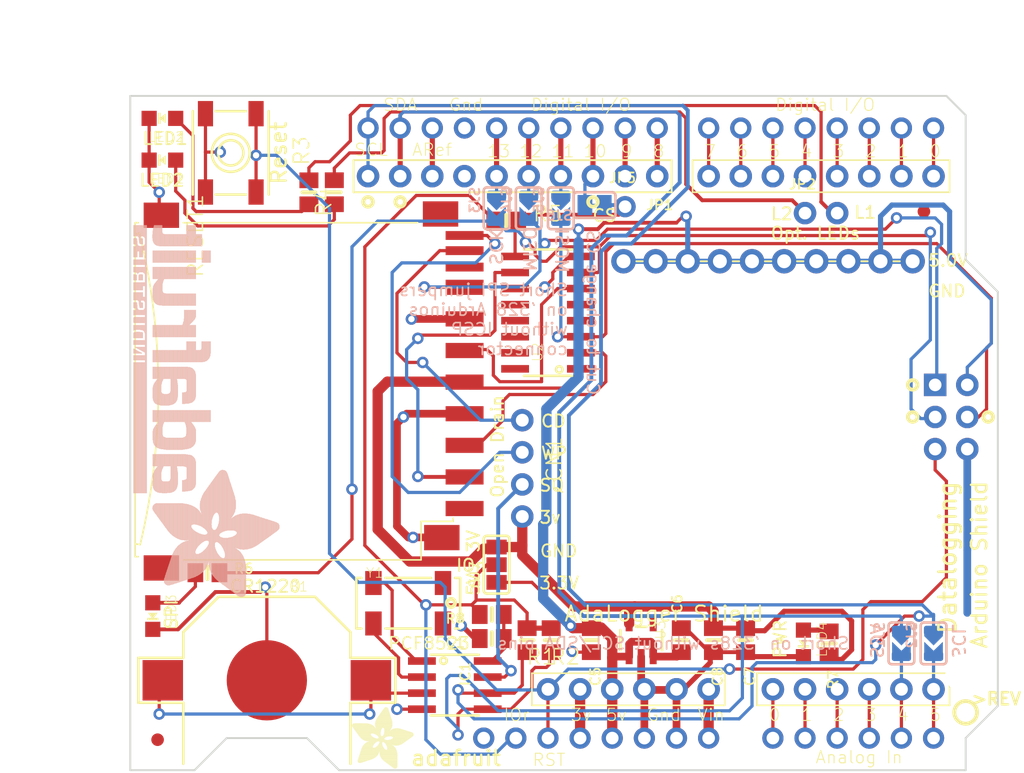
<source format=kicad_pcb>
(kicad_pcb (version 20171130) (host pcbnew "(5.1.0)-1")
  (layers (0 Top signal) (31 Bottom signal) (34 B.Paste user) (35 F.Paste user) (36 B.SilkS user) (37 F.SilkS user) (38 B.Mask user) (39 F.Mask user) (44 Edge.Cuts user))
  (net 0 "")
  (net 1 +5V)
  (net 2 GND)
  (net 3 +3V3)
  (net 4 VDDIO)
  (net 5 /RESET)
  (net 6 "Net-(JP4-Pad8)")
  (net 7 "Net-(JP4-Pad7)")
  (net 8 "Net-(JP4-Pad6)")
  (net 9 "Net-(JP4-Pad5)")
  (net 10 "Net-(JP4-Pad4)")
  (net 11 "Net-(JP4-Pad3)")
  (net 12 "Net-(JP4-Pad2)")
  (net 13 "Net-(JP4-Pad1)")
  (net 14 "Net-(JP7-Pad5)")
  (net 15 "Net-(JP7-Pad1)")
  (net 16 "Net-(JP9-Pad6)")
  (net 17 "Net-(JP9-Pad5)")
  (net 18 "Net-(JP9-Pad4)")
  (net 19 "Net-(JP9-Pad3)")
  (net 20 "Net-(JP9-Pad2)")
  (net 21 "Net-(JP9-Pad1)")
  (net 22 "Net-(CN1-Pad1)")
  (net 23 "Net-(U$2-Pad9)")
  (net 24 /SD_CSIN)
  (net 25 /SD_DATAIN)
  (net 26 /SD_SCKIN)
  (net 27 /MISO)
  (net 28 "Net-(U$2-Pad8)")
  (net 29 "Net-(CN1-Pad2)")
  (net 30 /SD_CS)
  (net 31 "Net-(JP2-Pad2)")
  (net 32 "Net-(LED2-PadA)")
  (net 33 "Net-(LED1-PadA)")
  (net 34 "Net-(JP2-Pad1)")
  (net 35 /SCL)
  (net 36 /SDA)
  (net 37 "Net-(U2-Pad15)")
  (net 38 /SCK)
  (net 39 "Net-(U2-Pad5)")
  (net 40 "Net-(U2-Pad11)")
  (net 41 "Net-(U2-Pad12)")
  (net 42 "Net-(U2-Pad14)")
  (net 43 "Net-(U2-Pad4)")
  (net 44 /MOSI)
  (net 45 "Net-(U3-Pad4)")
  (net 46 "Net-(B1-Pad+$1)")
  (net 47 "Net-(IC1-Pad1)")
  (net 48 "Net-(IC1-Pad2)")
  (net 49 /SQW)
  (net 50 "Net-(LED3-PadA)")
  (net 51 "Net-(LED4-PadA)")
  (net 52 "Net-(M1-PadRESERVED)")
  (net 53 "Net-(JP1-Pad8)")
  (net 54 /D13)
  (net 55 /D12)
  (net 56 /D11)
  (net 57 /D10)
  (net 58 "Net-(JP1-Pad2)")
  (net 59 "Net-(JP1-Pad1)")
  (net 60 "Net-(C1-Pad1)")
  (module "" (layer Top) (at 180.2511 96.1136)
    (fp_text reference @HOLE0 hide)
    (fp_text value "" (at 0 0) (layer F.SilkS) (effects (font (size 1.27 1.27))))
    (pad "" np_thru_hole circle (at 0 0) (size 3.2 3.2) (drill 3.2) (layers *.Cu *.Mask))
  )
  (module "" (layer Top) (at 180.2511 124.0536)
    (fp_text reference @HOLE1 hide)
    (fp_text value "" (at 0 0) (layer F.SilkS) (effects (font (size 1.27 1.27))))
    (pad "" np_thru_hole circle (at 0 0) (size 3.2 3.2) (drill 3.2) (layers *.Cu *.Mask))
  )
  (module "" (layer Top) (at 129.4511 80.8736)
    (fp_text reference @HOLE2 hide)
    (fp_text value "" (at 0 0) (layer F.SilkS) (effects (font (size 1.27 1.27))))
    (pad "" np_thru_hole circle (at 0 0) (size 3.2 3.2) (drill 3.2) (layers *.Cu *.Mask))
  )
  (module "Adafruit SMT Datalogger Shield rev C:EVQ-Q2_SMALLER" (layer Top) (at 122.1544 82.8387 90)
    (fp_text reference RESET1 (at -3.175 -3.5 90) (layer F.SilkS) (effects (font (size 1.2065 1.2065) (thickness 0.12065)) (justify right top)))
    (fp_text value Reset)
    (pad A smd rect (at -3.1 2 90) (size 2 1.2) (layers Top F.Paste F.Mask) (net 5 /RESET))
    (pad A' smd rect (at 3.1 2 90) (size 2 1.2) (layers Top F.Paste F.Mask) (net 5 /RESET))
    (pad B' smd rect (at 3.1 -2 90) (size 2 1.2) (layers Top F.Paste F.Mask) (net 2 GND))
    (pad B smd rect (at -3.1 -2 90) (size 2 1.2) (layers Top F.Paste F.Mask) (net 2 GND))
  )
  (module "Adafruit SMT Datalogger Shield rev C:1X08-BIG" (layer Top) (at 168.8211 84.6836 180)
    (fp_text reference JP4 hide)
    (fp_text value D0-D7)
    (pad 8 thru_hole circle (at 8.89 0 270) (size 1.778 1.778) (drill 1.016) (layers *.Cu *.Mask) (net 6 "Net-(JP4-Pad8)"))
    (pad 7 thru_hole circle (at 6.35 0 270) (size 1.778 1.778) (drill 1.016) (layers *.Cu *.Mask) (net 7 "Net-(JP4-Pad7)"))
    (pad 6 thru_hole circle (at 3.81 0 270) (size 1.778 1.778) (drill 1.016) (layers *.Cu *.Mask) (net 8 "Net-(JP4-Pad6)"))
    (pad 5 thru_hole circle (at 1.27 0 270) (size 1.778 1.778) (drill 1.016) (layers *.Cu *.Mask) (net 9 "Net-(JP4-Pad5)"))
    (pad 4 thru_hole circle (at -1.27 0 270) (size 1.778 1.778) (drill 1.016) (layers *.Cu *.Mask) (net 10 "Net-(JP4-Pad4)"))
    (pad 3 thru_hole circle (at -3.81 0 270) (size 1.778 1.778) (drill 1.016) (layers *.Cu *.Mask) (net 11 "Net-(JP4-Pad3)"))
    (pad 2 thru_hole circle (at -6.35 0 270) (size 1.778 1.778) (drill 1.016) (layers *.Cu *.Mask) (net 12 "Net-(JP4-Pad2)"))
    (pad 1 thru_hole circle (at -8.89 0 270) (size 1.778 1.778) (drill 1.016) (layers *.Cu *.Mask) (net 13 "Net-(JP4-Pad1)"))
  )
  (module "Adafruit SMT Datalogger Shield rev C:1X06-BIG" (layer Top) (at 153.5811 125.2728 180)
    (fp_text reference JP7 hide)
    (fp_text value PINHD-1X6B)
    (pad 6 thru_hole circle (at 6.35 0 270) (size 1.778 1.778) (drill 1.016) (layers *.Cu *.Mask) (net 5 /RESET))
    (pad 5 thru_hole circle (at 3.81 0 270) (size 1.778 1.778) (drill 1.016) (layers *.Cu *.Mask) (net 14 "Net-(JP7-Pad5)"))
    (pad 4 thru_hole circle (at 1.27 0 270) (size 1.778 1.778) (drill 1.016) (layers *.Cu *.Mask) (net 1 +5V))
    (pad 3 thru_hole circle (at -1.27 0 270) (size 1.778 1.778) (drill 1.016) (layers *.Cu *.Mask) (net 2 GND))
    (pad 2 thru_hole circle (at -3.81 0 270) (size 1.778 1.778) (drill 1.016) (layers *.Cu *.Mask) (net 2 GND))
    (pad 1 thru_hole circle (at -6.35 0 270) (size 1.778 1.778) (drill 1.016) (layers *.Cu *.Mask) (net 15 "Net-(JP7-Pad1)"))
  )
  (module "Adafruit SMT Datalogger Shield rev C:1X06-BIG" (layer Top) (at 171.3611 125.2728)
    (fp_text reference JP9 hide)
    (fp_text value PINHD-1X6B)
    (pad 6 thru_hole circle (at 6.35 0 90) (size 1.778 1.778) (drill 1.016) (layers *.Cu *.Mask) (net 16 "Net-(JP9-Pad6)"))
    (pad 5 thru_hole circle (at 3.81 0 90) (size 1.778 1.778) (drill 1.016) (layers *.Cu *.Mask) (net 17 "Net-(JP9-Pad5)"))
    (pad 4 thru_hole circle (at 1.27 0 90) (size 1.778 1.778) (drill 1.016) (layers *.Cu *.Mask) (net 18 "Net-(JP9-Pad4)"))
    (pad 3 thru_hole circle (at -1.27 0 90) (size 1.778 1.778) (drill 1.016) (layers *.Cu *.Mask) (net 19 "Net-(JP9-Pad3)"))
    (pad 2 thru_hole circle (at -3.81 0 90) (size 1.778 1.778) (drill 1.016) (layers *.Cu *.Mask) (net 20 "Net-(JP9-Pad2)"))
    (pad 1 thru_hole circle (at -6.35 0 90) (size 1.778 1.778) (drill 1.016) (layers *.Cu *.Mask) (net 21 "Net-(JP9-Pad1)"))
  )
  (module "Adafruit SMT Datalogger Shield rev C:06132" (layer Top) (at 139.7381 101.5746 270)
    (fp_text reference U$2 hide)
    (fp_text value SDMMC06132 hide)
    (pad "" np_thru_hole circle (at 9.5 2.1 270) (size 1.6 1.6) (drill 1.6) (layers *.Cu *.Mask))
    (pad "" np_thru_hole circle (at -11.6 2.1 270) (size 1.1 1.1) (drill 1.1) (layers *.Cu *.Mask))
    (pad GP3 smd rect (at 11.7 0.9) (size 2.8 2) (layers Top F.Paste F.Mask) (net 2 GND))
    (pad CD smd rect (at -11 -0.9) (size 3 0.7) (layers Top F.Paste F.Mask) (net 22 "Net-(CN1-Pad1)"))
    (pad 9 smd rect (at 9.4 -0.9) (size 3 1.2) (layers Top F.Paste F.Mask) (net 23 "Net-(U$2-Pad9)"))
    (pad 3 smd rect (at 1.9 -0.9) (size 3 1.2) (layers Top F.Paste F.Mask) (net 2 GND))
    (pad 1 smd rect (at 6.9 -0.9) (size 3 1.2) (layers Top F.Paste F.Mask) (net 24 /SD_CSIN))
    (pad 4 smd rect (at -0.6 -0.9) (size 3 1.2) (layers Top F.Paste F.Mask) (net 3 +3V3))
    (pad 2 smd rect (at 4.4 -0.9) (size 3 1.2) (layers Top F.Paste F.Mask) (net 25 /SD_DATAIN))
    (pad 5 smd rect (at -3.1 -0.9) (size 3 1.2) (layers Top F.Paste F.Mask) (net 26 /SD_SCKIN))
    (pad 6 smd rect (at -5.6 -0.9) (size 3 1.2) (layers Top F.Paste F.Mask) (net 2 GND))
    (pad 7 smd rect (at -8.1 -0.9) (size 3 1.2) (layers Top F.Paste F.Mask) (net 27 /MISO))
    (pad 8 smd rect (at -9.7 -0.9) (size 3 0.7) (layers Top F.Paste F.Mask) (net 28 "Net-(U$2-Pad8)"))
    (pad WP smd rect (at -12.2 -0.9) (size 3 0.7) (layers Top F.Paste F.Mask) (net 29 "Net-(CN1-Pad2)"))
    (pad GP4 smd rect (at -13.9 1) (size 2.8 2) (layers Top F.Paste F.Mask))
    (pad GP2 smd rect (at 14.1 23.07) (size 2.8 2) (layers Top F.Paste F.Mask))
    (pad GP smd rect (at -13.8 23.07) (size 2.8 2) (layers Top F.Paste F.Mask) (net 2 GND))
  )
  (module "Adafruit SMT Datalogger Shield rev C:0805-NO" (layer Top) (at 143.9291 88.2396)
    (fp_text reference R5 (at 2.032 0.127) (layer F.SilkS) (effects (font (size 1.2065 1.2065) (thickness 0.12065)) (justify left bottom)))
    (fp_text value 10K)
    (pad 2 smd rect (at 0.95 0) (size 1.24 1.5) (layers Top F.Paste F.Mask) (net 30 /SD_CS))
    (pad 1 smd rect (at -0.95 0) (size 1.24 1.5) (layers Top F.Paste F.Mask) (net 4 VDDIO))
  )
  (module "Adafruit SMT Datalogger Shield rev C:0805-NO" (layer Top) (at 128.3325 85.9601 90)
    (fp_text reference R3 (at 2.032 0.127 90) (layer F.SilkS) (effects (font (size 1.2065 1.2065) (thickness 0.12065)) (justify left bottom)))
    (fp_text value 1k)
    (pad 2 smd rect (at 0.95 0 90) (size 1.24 1.5) (layers Top F.Paste F.Mask) (net 31 "Net-(JP2-Pad2)"))
    (pad 1 smd rect (at -0.95 0 90) (size 1.24 1.5) (layers Top F.Paste F.Mask) (net 32 "Net-(LED2-PadA)"))
  )
  (module "Adafruit SMT Datalogger Shield rev C:0805-NO" (layer Top) (at 130.3401 85.9536 270)
    (fp_text reference R4 (at 2.032 0.127 90) (layer F.SilkS) (effects (font (size 1.2065 1.2065) (thickness 0.12065)) (justify left bottom)))
    (fp_text value 1k)
    (pad 2 smd rect (at 0.95 0 270) (size 1.24 1.5) (layers Top F.Paste F.Mask) (net 33 "Net-(LED1-PadA)"))
    (pad 1 smd rect (at -0.95 0 270) (size 1.24 1.5) (layers Top F.Paste F.Mask) (net 34 "Net-(JP2-Pad1)"))
  )
  (module "Adafruit SMT Datalogger Shield rev C:0805-NO" (layer Top) (at 145.5801 121.3866 270)
    (fp_text reference R1 (at 2.032 0.127) (layer F.SilkS) (effects (font (size 1.2065 1.2065) (thickness 0.12065)) (justify left bottom)))
    (fp_text value 10K)
    (pad 2 smd rect (at 0.95 0 270) (size 1.24 1.5) (layers Top F.Paste F.Mask) (net 35 /SCL))
    (pad 1 smd rect (at -0.95 0 270) (size 1.24 1.5) (layers Top F.Paste F.Mask) (net 4 VDDIO))
  )
  (module "Adafruit SMT Datalogger Shield rev C:0805-NO" (layer Top) (at 147.4851 121.3866 270)
    (fp_text reference R2 (at 2.032 0.127) (layer F.SilkS) (effects (font (size 1.2065 1.2065) (thickness 0.12065)) (justify left bottom)))
    (fp_text value 10K)
    (pad 2 smd rect (at 0.95 0 270) (size 1.24 1.5) (layers Top F.Paste F.Mask) (net 36 /SDA))
    (pad 1 smd rect (at -0.95 0 270) (size 1.24 1.5) (layers Top F.Paste F.Mask) (net 4 VDDIO))
  )
  (module "Adafruit SMT Datalogger Shield rev C:SOIC16" (layer Top) (at 147.2311 95.4786 90)
    (fp_text reference U2 (at -3.937 -0.381 90) (layer F.SilkS) (effects (font (size 0.77216 0.77216) (thickness 0.061772)) (justify left bottom)))
    (fp_text value 4050)
    (pad 16 smd rect (at -4.445 -2.6 90) (size 0.6 2.2) (layers Top F.Paste F.Mask))
    (pad 15 smd rect (at -3.175 -2.6 90) (size 0.6 2.2) (layers Top F.Paste F.Mask) (net 37 "Net-(U2-Pad15)"))
    (pad 8 smd rect (at 4.445 2.6 90) (size 0.6 2.2) (layers Top F.Paste F.Mask) (net 2 GND))
    (pad 10 smd rect (at 3.175 -2.6 90) (size 0.6 2.2) (layers Top F.Paste F.Mask) (net 24 /SD_CSIN))
    (pad 7 smd rect (at 3.175 2.6 90) (size 0.6 2.2) (layers Top F.Paste F.Mask) (net 38 /SCK))
    (pad 5 smd rect (at 0.635 2.6 90) (size 0.6 2.2) (layers Top F.Paste F.Mask) (net 39 "Net-(U2-Pad5)"))
    (pad 9 smd rect (at 4.445 -2.6 90) (size 0.6 2.2) (layers Top F.Paste F.Mask) (net 30 /SD_CS))
    (pad 6 smd rect (at 1.905 2.6 90) (size 0.6 2.2) (layers Top F.Paste F.Mask) (net 26 /SD_SCKIN))
    (pad 11 smd rect (at 1.905 -2.6 90) (size 0.6 2.2) (layers Top F.Paste F.Mask) (net 40 "Net-(U2-Pad11)"))
    (pad 12 smd rect (at 0.635 -2.6 90) (size 0.6 2.2) (layers Top F.Paste F.Mask) (net 41 "Net-(U2-Pad12)"))
    (pad 14 smd rect (at -1.905 -2.6 90) (size 0.6 2.2) (layers Top F.Paste F.Mask) (net 42 "Net-(U2-Pad14)"))
    (pad 4 smd rect (at -0.635 2.6 90) (size 0.6 2.2) (layers Top F.Paste F.Mask) (net 43 "Net-(U2-Pad4)"))
    (pad 3 smd rect (at -1.905 2.6 90) (size 0.6 2.2) (layers Top F.Paste F.Mask) (net 44 /MOSI))
    (pad 1 smd rect (at -4.445 2.6 90) (size 0.6 2.2) (layers Top F.Paste F.Mask) (net 3 +3V3))
    (pad 13 smd rect (at -0.635 -2.6 90) (size 0.6 2.2) (layers Top F.Paste F.Mask))
    (pad 2 smd rect (at -3.175 2.6 90) (size 0.6 2.2) (layers Top F.Paste F.Mask) (net 25 /SD_DATAIN))
  )
  (module "Adafruit SMT Datalogger Shield rev C:CHIPLED_0805_NOOUTLINE" (layer Top) (at 116.7511 83.4136 90)
    (fp_text reference LED1 (at -1.016 1.778) (layer F.SilkS) (effects (font (size 0.77216 0.77216) (thickness 0.061772)) (justify right top)))
    (fp_text value red)
    (pad A smd rect (at 0 1.05 90) (size 1.2 1.2) (layers Top F.Paste F.Mask) (net 33 "Net-(LED1-PadA)"))
    (pad C smd rect (at 0 -1.05 90) (size 1.2 1.2) (layers Top F.Paste F.Mask) (net 2 GND))
  )
  (module "Adafruit SMT Datalogger Shield rev C:CHIPLED_0805_NOOUTLINE" (layer Top) (at 116.7511 80.1116 90)
    (fp_text reference LED2 (at -1.016 1.778) (layer F.SilkS) (effects (font (size 0.77216 0.77216) (thickness 0.061772)) (justify right top)))
    (fp_text value green)
    (pad A smd rect (at 0 1.05 90) (size 1.2 1.2) (layers Top F.Paste F.Mask) (net 32 "Net-(LED2-PadA)"))
    (pad C smd rect (at 0 -1.05 90) (size 1.2 1.2) (layers Top F.Paste F.Mask) (net 2 GND))
  )
  (module "Adafruit SMT Datalogger Shield rev C:SOT23-5" (layer Top) (at 154.5971 121.3866)
    (fp_text reference U3 (at 1.978 0 90) (layer F.SilkS) (effects (font (size 0.77216 0.77216) (thickness 0.061772)) (justify left bottom)))
    (fp_text value MIC5225-3.3)
    (pad 5 smd rect (at -0.95 -1.3001) (size 0.55 1.2) (layers Top F.Paste F.Mask) (net 3 +3V3))
    (pad 4 smd rect (at 0.95 -1.3001) (size 0.55 1.2) (layers Top F.Paste F.Mask) (net 45 "Net-(U3-Pad4)"))
    (pad 3 smd rect (at 0.95 1.3001) (size 0.55 1.2) (layers Top F.Paste F.Mask) (net 1 +5V))
    (pad 2 smd rect (at 0 1.3001) (size 0.55 1.2) (layers Top F.Paste F.Mask) (net 2 GND))
    (pad 1 smd rect (at -0.95 1.3001) (size 0.55 1.2) (layers Top F.Paste F.Mask) (net 1 +5V))
  )
  (module "Adafruit SMT Datalogger Shield rev C:CR1220" (layer Top) (at 125.0061 124.5616 180)
    (fp_text reference B1 (at -3.302 7.86) (layer F.SilkS) (effects (font (size 0.77216 0.77216) (thickness 0.061772)) (justify right top)))
    (fp_text value CR1220)
    (pad +$2 smd rect (at 8.2254 0 180) (size 3.2 3.2) (layers Top F.Paste F.Mask) (net 46 "Net-(B1-Pad+$1)"))
    (pad +$1 smd rect (at -8.2254 0 180) (size 3.2 3.2) (layers Top F.Paste F.Mask) (net 46 "Net-(B1-Pad+$1)"))
    (pad - smd roundrect (at 0 0 180) (size 6.35 6.35) (layers Top F.Mask) (roundrect_rratio 0.5) (net 2 GND))
  )
  (module "Adafruit SMT Datalogger Shield rev C:CRYSTAL_8X3.8" (layer Top) (at 136.1821 118.4656)
    (fp_text reference Y1 (at -1.9 -2.854) (layer F.SilkS) (effects (font (size 0.77216 0.77216) (thickness 0.061772)) (justify right top)))
    (fp_text value 32.768kHz)
    (pad P$4 smd rect (at -2.75 -1.6) (size 1.3 1.9) (layers Top F.Paste F.Mask) (net 47 "Net-(IC1-Pad1)"))
    (pad P$3 smd rect (at 2.75 -1.6) (size 1.3 1.9) (layers Top F.Paste F.Mask))
    (pad P$2 smd rect (at 2.75 1.6) (size 1.3 1.9) (layers Top F.Paste F.Mask))
    (pad P$1 smd rect (at -2.75 1.6) (size 1.3 1.9) (layers Top F.Paste F.Mask) (net 48 "Net-(IC1-Pad2)"))
  )
  (module "Adafruit SMT Datalogger Shield rev C:1X04-CLEANBIG" (layer Top) (at 145.1991 107.7976 270)
    (fp_text reference CN1 (at -2.6162 -1.8288 90) (layer F.SilkS) (effects (font (size 1.2065 1.2065) (thickness 0.12065)) (justify right top)))
    (fp_text value 1X4-CLEANBIG)
    (pad 4 thru_hole circle (at 3.81 0) (size 1.778 1.778) (drill 1.016) (layers *.Cu *.Mask) (net 3 +3V3))
    (pad 3 thru_hole circle (at 1.27 0) (size 1.778 1.778) (drill 1.016) (layers *.Cu *.Mask) (net 49 /SQW))
    (pad 2 thru_hole circle (at -1.27 0) (size 1.778 1.778) (drill 1.016) (layers *.Cu *.Mask) (net 29 "Net-(CN1-Pad2)"))
    (pad 1 thru_hole circle (at -3.81 0) (size 1.778 1.778) (drill 1.016) (layers *.Cu *.Mask) (net 22 "Net-(CN1-Pad1)"))
  )
  (module "Adafruit SMT Datalogger Shield rev C:CHIPLED_0805_NOOUTLINE" (layer Top) (at 115.9891 119.4816 180)
    (fp_text reference LED3 (at -1.016 1.778 90) (layer F.SilkS) (effects (font (size 0.77216 0.77216) (thickness 0.061772)) (justify right top)))
    (fp_text value red)
    (pad A smd rect (at 0 1.05 180) (size 1.2 1.2) (layers Top F.Paste F.Mask) (net 50 "Net-(LED3-PadA)"))
    (pad C smd rect (at 0 -1.05 180) (size 1.2 1.2) (layers Top F.Paste F.Mask) (net 2 GND))
  )
  (module "Adafruit SMT Datalogger Shield rev C:0805-NO" (layer Top) (at 120.3071 116.0526)
    (fp_text reference R6 (at 2.032 0.127) (layer F.SilkS) (effects (font (size 0.77216 0.77216) (thickness 0.138988)) (justify left bottom)))
    (fp_text value 1k)
    (pad 2 smd rect (at 0.95 0) (size 1.24 1.5) (layers Top F.Paste F.Mask) (net 38 /SCK))
    (pad 1 smd rect (at -0.95 0) (size 1.24 1.5) (layers Top F.Paste F.Mask) (net 50 "Net-(LED3-PadA)"))
  )
  (module "Adafruit SMT Datalogger Shield rev C:CHIPLED_0805_NOOUTLINE" (layer Top) (at 167.4241 121.6406 180)
    (fp_text reference LED4 (at -1.016 1.778 90) (layer F.SilkS) (effects (font (size 0.77216 0.77216) (thickness 0.061772)) (justify right top)))
    (fp_text value green)
    (pad A smd rect (at 0 1.05 180) (size 1.2 1.2) (layers Top F.Paste F.Mask) (net 51 "Net-(LED4-PadA)"))
    (pad C smd rect (at 0 -1.05 180) (size 1.2 1.2) (layers Top F.Paste F.Mask) (net 2 GND))
  )
  (module "Adafruit SMT Datalogger Shield rev C:0805-NO" (layer Top) (at 169.4561 121.6406 270)
    (fp_text reference R7 (at 2.032 0.127 90) (layer F.SilkS) (effects (font (size 0.77216 0.77216) (thickness 0.138988)) (justify right top)))
    (fp_text value 1k)
    (pad 2 smd rect (at 0.95 0 270) (size 1.24 1.5) (layers Top F.Paste F.Mask) (net 3 +3V3))
    (pad 1 smd rect (at -0.95 0 270) (size 1.24 1.5) (layers Top F.Paste F.Mask) (net 51 "Net-(LED4-PadA)"))
  )
  (module "Adafruit SMT Datalogger Shield rev C:ADAFRUIT_TEXT_30MM" (layer Bottom) (at 114.4651 118.2116 90)
    (fp_text reference U$1 hide)
    (fp_text value "" hide)
  )
  (module "Adafruit SMT Datalogger Shield rev C:ADAFRUIT_5MM" (layer Top) (at 131.7371 131.5466)
    (fp_text reference U$5 hide)
    (fp_text value "" hide)
  )
  (module "Adafruit SMT Datalogger Shield rev C:FIDUCIAL_1MM" (layer Top) (at 116.3701 129.2606)
    (fp_text reference FID1 hide)
    (fp_text value FIDUCIAL_1MM hide)
    (pad 1 smd roundrect (at 0 0) (size 1 1) (layers Top F.Mask) (roundrect_rratio 0.5))
  )
  (module "Adafruit SMT Datalogger Shield rev C:FIDUCIAL_1MM" (layer Top) (at 176.9491 87.4776)
    (fp_text reference FID3 hide)
    (fp_text value FIDUCIAL_1MM hide)
    (pad 1 smd roundrect (at 0 0) (size 1 1) (layers Top F.Mask) (roundrect_rratio 0.5))
  )
  (module "Adafruit SMT Datalogger Shield rev C:0805-NO" (layer Top) (at 150.6601 121.3866 270)
    (fp_text reference C5 (at 2.032 0.127 90) (layer F.SilkS) (effects (font (size 0.77216 0.77216) (thickness 0.138988)) (justify right top)))
    (fp_text value 0.1uF)
    (pad 2 smd rect (at 0.95 0 270) (size 1.24 1.5) (layers Top F.Paste F.Mask) (net 2 GND))
    (pad 1 smd rect (at -0.95 0 270) (size 1.24 1.5) (layers Top F.Paste F.Mask) (net 1 +5V))
  )
  (module "Adafruit SMT Datalogger Shield rev C:0805-NO" (layer Top) (at 157.7721 121.3866 90)
    (fp_text reference C6 (at 2.032 0.127 90) (layer F.SilkS) (effects (font (size 0.77216 0.77216) (thickness 0.138988)) (justify left bottom)))
    (fp_text value 10uF)
    (pad 2 smd rect (at 0.95 0 90) (size 1.24 1.5) (layers Top F.Paste F.Mask) (net 2 GND))
    (pad 1 smd rect (at -0.95 0 90) (size 1.24 1.5) (layers Top F.Paste F.Mask) (net 1 +5V))
  )
  (module "Adafruit SMT Datalogger Shield rev C:0805-NO" (layer Top) (at 162.8521 121.3866 270)
    (fp_text reference C7 (at 2.032 0.127 90) (layer F.SilkS) (effects (font (size 0.77216 0.77216) (thickness 0.138988)) (justify right top)))
    (fp_text value 0.1uF)
    (pad 2 smd rect (at 0.95 0 270) (size 1.24 1.5) (layers Top F.Paste F.Mask) (net 2 GND))
    (pad 1 smd rect (at -0.95 0 270) (size 1.24 1.5) (layers Top F.Paste F.Mask) (net 3 +3V3))
  )
  (module "Adafruit SMT Datalogger Shield rev C:0805-NO" (layer Top) (at 160.3121 121.3866 270)
    (fp_text reference C8 (at 2.032 0.127 90) (layer F.SilkS) (effects (font (size 0.77216 0.77216) (thickness 0.138988)) (justify right top)))
    (fp_text value 10uF)
    (pad 2 smd rect (at 0.95 0 270) (size 1.24 1.5) (layers Top F.Paste F.Mask) (net 2 GND))
    (pad 1 smd rect (at -0.95 0 270) (size 1.24 1.5) (layers Top F.Paste F.Mask) (net 3 +3V3))
  )
  (module "Adafruit SMT Datalogger Shield rev C:ARDUINOR3_ICSP_NODIM" (layer Top) (at 114.2111 131.6736)
    (fp_text reference M1 hide)
    (fp_text value ARDUINO_R3_ICSP_NODIM hide)
    (fp_text user IOr (at 29.4539 -3.81) (layer F.SilkS) (effects (font (size 0.9652 0.9652) (thickness 0.08128)) (justify left bottom)))
    (fp_text user SDA (at 19.939 -52.07) (layer F.SilkS) (effects (font (size 0.9652 0.9652) (thickness 0.08128)) (justify left bottom)))
    (fp_text user SCL (at 17.653 -48.514) (layer F.SilkS) (effects (font (size 0.9652 0.9652) (thickness 0.08128)) (justify left bottom)))
    (fp_text user "Digital I/O" (at 50.927 -52.07) (layer F.SilkS) (effects (font (size 0.9652 0.9652) (thickness 0.08128)) (justify left bottom)))
    (fp_text user "Digital I/O" (at 31.623 -52.07) (layer F.SilkS) (effects (font (size 0.9652 0.9652) (thickness 0.08128)) (justify left bottom)))
    (fp_text user 0 (at 64.135 -49.53) (layer F.SilkS) (effects (font (size 0.9652 0.9652) (thickness 0.08128)) (justify right top)))
    (fp_text user 1 (at 61.595 -49.53) (layer F.SilkS) (effects (font (size 0.9652 0.9652) (thickness 0.08128)) (justify right top)))
    (fp_text user 2 (at 59.055 -49.53) (layer F.SilkS) (effects (font (size 0.9652 0.9652) (thickness 0.08128)) (justify right top)))
    (fp_text user 3 (at 56.515 -49.53) (layer F.SilkS) (effects (font (size 0.9652 0.9652) (thickness 0.08128)) (justify right top)))
    (fp_text user 4 (at 53.975 -49.53) (layer F.SilkS) (effects (font (size 0.9652 0.9652) (thickness 0.08128)) (justify right top)))
    (fp_text user 5 (at 51.435 -49.53) (layer F.SilkS) (effects (font (size 0.9652 0.9652) (thickness 0.08128)) (justify right top)))
    (fp_text user 6 (at 48.895 -49.53) (layer F.SilkS) (effects (font (size 0.9652 0.9652) (thickness 0.08128)) (justify right top)))
    (fp_text user 7 (at 46.355 -49.53) (layer F.SilkS) (effects (font (size 0.9652 0.9652) (thickness 0.08128)) (justify right top)))
    (fp_text user 8 (at 42.291 -49.53) (layer F.SilkS) (effects (font (size 0.9652 0.9652) (thickness 0.08128)) (justify right top)))
    (fp_text user 9 (at 39.751 -49.53) (layer F.SilkS) (effects (font (size 0.9652 0.9652) (thickness 0.08128)) (justify right top)))
    (fp_text user 10 (at 37.719 -49.53) (layer F.SilkS) (effects (font (size 0.9652 0.9652) (thickness 0.08128)) (justify right top)))
    (fp_text user 11 (at 35.179 -49.53) (layer F.SilkS) (effects (font (size 0.9652 0.9652) (thickness 0.08128)) (justify right top)))
    (fp_text user 12 (at 32.639 -49.53) (layer F.SilkS) (effects (font (size 0.9652 0.9652) (thickness 0.08128)) (justify right top)))
    (fp_text user 13 (at 30.099 -49.53) (layer F.SilkS) (effects (font (size 0.9652 0.9652) (thickness 0.08128)) (justify right top)))
    (fp_text user Gnd (at 25.146 -52.07) (layer F.SilkS) (effects (font (size 0.9652 0.9652) (thickness 0.08128)) (justify left bottom)))
    (fp_text user ARef (at 22.225 -48.514) (layer F.SilkS) (effects (font (size 0.9652 0.9652) (thickness 0.08128)) (justify left bottom)))
    (fp_text user 5 (at 63.119 -3.81) (layer F.SilkS) (effects (font (size 0.9652 0.9652) (thickness 0.08128)) (justify left bottom)))
    (fp_text user 4 (at 60.579 -3.81) (layer F.SilkS) (effects (font (size 0.9652 0.9652) (thickness 0.08128)) (justify left bottom)))
    (fp_text user 3 (at 58.039 -3.81) (layer F.SilkS) (effects (font (size 0.9652 0.9652) (thickness 0.08128)) (justify left bottom)))
    (fp_text user 2 (at 55.499 -3.81) (layer F.SilkS) (effects (font (size 0.9652 0.9652) (thickness 0.08128)) (justify left bottom)))
    (fp_text user 1 (at 52.959 -3.81) (layer F.SilkS) (effects (font (size 0.9652 0.9652) (thickness 0.08128)) (justify left bottom)))
    (fp_text user 0 (at 50.419 -3.81) (layer F.SilkS) (effects (font (size 0.9652 0.9652) (thickness 0.08128)) (justify left bottom)))
    (fp_text user "Analog In" (at 54.1121 -0.4623) (layer F.SilkS) (effects (font (size 0.9652 0.9652) (thickness 0.08128)) (justify left bottom)))
    (fp_text user Vin (at 44.7853 -3.81) (layer F.SilkS) (effects (font (size 0.9652 0.9652) (thickness 0.08128)) (justify left bottom)))
    (fp_text user Gnd (at 40.7771 -3.81) (layer F.SilkS) (effects (font (size 0.9652 0.9652) (thickness 0.08128)) (justify left bottom)))
    (fp_text user 5v (at 37.5463 -3.81) (layer F.SilkS) (effects (font (size 0.9652 0.9652) (thickness 0.08128)) (justify left bottom)))
    (fp_text user 3v (at 34.7523 -3.81) (layer F.SilkS) (effects (font (size 0.9652 0.9652) (thickness 0.08128)) (justify left bottom)))
    (fp_text user RST (at 31.7399 -0.254) (layer F.SilkS) (effects (font (size 0.9652 0.9652) (thickness 0.08128)) (justify left bottom)))
    (pad RESET_ICSP thru_hole circle (at 63.627 -25.4) (size 1.778 1.778) (drill 1) (layers *.Cu *.Mask) (net 5 /RESET))
    (pad GND@3 thru_hole circle (at 66.167 -25.4) (size 1.778 1.778) (drill 1) (layers *.Cu *.Mask) (net 2 GND))
    (pad 5V_ICSP thru_hole circle (at 66.167 -30.48) (size 1.778 1.778) (drill 1) (layers *.Cu *.Mask) (net 1 +5V))
    (pad MISO thru_hole rect (at 63.627 -30.48) (size 1.778 1.778) (drill 1) (layers *.Cu *.Mask) (net 27 /MISO))
    (pad SCK thru_hole circle (at 63.627 -27.94) (size 1.778 1.778) (drill 1) (layers *.Cu *.Mask) (net 38 /SCK))
    (pad MOSI thru_hole circle (at 66.167 -27.94) (size 1.778 1.778) (drill 1) (layers *.Cu *.Mask) (net 44 /MOSI))
    (pad RESERVED thru_hole circle (at 27.94 -2.54) (size 1.6764 1.6764) (drill 1) (layers *.Cu *.Mask) (net 52 "Net-(M1-PadRESERVED)"))
    (pad IOREF thru_hole circle (at 30.48 -2.54) (size 1.6764 1.6764) (drill 1) (layers *.Cu *.Mask) (net 4 VDDIO))
    (pad SCL thru_hole circle (at 18.796 -50.8) (size 1.6764 1.6764) (drill 1) (layers *.Cu *.Mask) (net 35 /SCL))
    (pad SDA thru_hole circle (at 21.336 -50.8) (size 1.6764 1.6764) (drill 1) (layers *.Cu *.Mask) (net 36 /SDA))
    (pad RESET thru_hole circle (at 33.02 -2.54) (size 1.6764 1.6764) (drill 1) (layers *.Cu *.Mask) (net 5 /RESET))
    (pad 3V thru_hole circle (at 35.56 -2.54) (size 1.6764 1.6764) (drill 1) (layers *.Cu *.Mask) (net 14 "Net-(JP7-Pad5)"))
    (pad 5V thru_hole circle (at 38.1 -2.54) (size 1.6764 1.6764) (drill 1) (layers *.Cu *.Mask) (net 1 +5V))
    (pad GND@2 thru_hole circle (at 40.64 -2.54) (size 1.6764 1.6764) (drill 1) (layers *.Cu *.Mask) (net 2 GND))
    (pad GND@1 thru_hole circle (at 43.18 -2.54) (size 1.6764 1.6764) (drill 1) (layers *.Cu *.Mask) (net 2 GND))
    (pad VIN thru_hole circle (at 45.72 -2.54) (size 1.6764 1.6764) (drill 1) (layers *.Cu *.Mask) (net 15 "Net-(JP7-Pad1)"))
    (pad A5 thru_hole circle (at 63.5 -2.54) (size 1.6764 1.6764) (drill 1) (layers *.Cu *.Mask) (net 16 "Net-(JP9-Pad6)"))
    (pad A4 thru_hole circle (at 60.96 -2.54) (size 1.6764 1.6764) (drill 1) (layers *.Cu *.Mask) (net 17 "Net-(JP9-Pad5)"))
    (pad A3 thru_hole circle (at 58.42 -2.54) (size 1.6764 1.6764) (drill 1) (layers *.Cu *.Mask) (net 18 "Net-(JP9-Pad4)"))
    (pad A2 thru_hole circle (at 55.88 -2.54) (size 1.6764 1.6764) (drill 1) (layers *.Cu *.Mask) (net 19 "Net-(JP9-Pad3)"))
    (pad A1 thru_hole circle (at 53.34 -2.54) (size 1.6764 1.6764) (drill 1) (layers *.Cu *.Mask) (net 20 "Net-(JP9-Pad2)"))
    (pad AREF thru_hole circle (at 23.876 -50.8) (size 1.6764 1.6764) (drill 1) (layers *.Cu *.Mask) (net 53 "Net-(JP1-Pad8)"))
    (pad GND thru_hole circle (at 26.416 -50.8) (size 1.6764 1.6764) (drill 1) (layers *.Cu *.Mask) (net 2 GND))
    (pad D13 thru_hole circle (at 28.956 -50.8) (size 1.6764 1.6764) (drill 1) (layers *.Cu *.Mask) (net 54 /D13))
    (pad D12 thru_hole circle (at 31.496 -50.8) (size 1.6764 1.6764) (drill 1) (layers *.Cu *.Mask) (net 55 /D12))
    (pad D11 thru_hole circle (at 34.036 -50.8) (size 1.6764 1.6764) (drill 1) (layers *.Cu *.Mask) (net 56 /D11))
    (pad D10 thru_hole circle (at 36.576 -50.8) (size 1.6764 1.6764) (drill 1) (layers *.Cu *.Mask) (net 57 /D10))
    (pad D9 thru_hole circle (at 39.116 -50.8) (size 1.6764 1.6764) (drill 1) (layers *.Cu *.Mask) (net 58 "Net-(JP1-Pad2)"))
    (pad D8 thru_hole circle (at 41.656 -50.8) (size 1.6764 1.6764) (drill 1) (layers *.Cu *.Mask) (net 59 "Net-(JP1-Pad1)"))
    (pad D7 thru_hole circle (at 45.72 -50.8) (size 1.6764 1.6764) (drill 1) (layers *.Cu *.Mask) (net 6 "Net-(JP4-Pad8)"))
    (pad D6 thru_hole circle (at 48.26 -50.8) (size 1.6764 1.6764) (drill 1) (layers *.Cu *.Mask) (net 7 "Net-(JP4-Pad7)"))
    (pad D5 thru_hole circle (at 50.8 -50.8) (size 1.6764 1.6764) (drill 1) (layers *.Cu *.Mask) (net 8 "Net-(JP4-Pad6)"))
    (pad D0 thru_hole circle (at 63.5 -50.8) (size 1.6764 1.6764) (drill 1) (layers *.Cu *.Mask) (net 13 "Net-(JP4-Pad1)"))
    (pad D1 thru_hole circle (at 60.96 -50.8) (size 1.6764 1.6764) (drill 1) (layers *.Cu *.Mask) (net 12 "Net-(JP4-Pad2)"))
    (pad D2 thru_hole circle (at 58.42 -50.8) (size 1.6764 1.6764) (drill 1) (layers *.Cu *.Mask) (net 11 "Net-(JP4-Pad3)"))
    (pad D3 thru_hole circle (at 55.88 -50.8) (size 1.6764 1.6764) (drill 1) (layers *.Cu *.Mask) (net 10 "Net-(JP4-Pad4)"))
    (pad A0 thru_hole circle (at 50.8 -2.54) (size 1.6764 1.6764) (drill 1) (layers *.Cu *.Mask) (net 21 "Net-(JP9-Pad1)"))
    (pad D4 thru_hole circle (at 53.34 -50.8) (size 1.6764 1.6764) (drill 1) (layers *.Cu *.Mask) (net 9 "Net-(JP4-Pad5)"))
  )
  (module "Adafruit SMT Datalogger Shield rev C:SOLDERJUMPER_ARROW_NOPASTE" (layer Bottom) (at 175.1711 121.6406 270)
    (fp_text reference SJ1 (at -1.778 1.27 270) (layer B.SilkS) (effects (font (size 0.77216 0.77216) (thickness 0.146304)) (justify left bottom mirror)))
    (fp_text value SOLDERJUMPER)
    (fp_poly (pts (xy -0.127 0.7366) (xy 0.5842 0) (xy -0.127 -0.7366) (xy 1.143 -0.7366) (xy 1.143 0.7366)) (layer Bottom) (width 0))
    (fp_poly (pts (xy -1.143 0.7366) (xy -0.5715 0.7366) (xy 0.1651 0) (xy -0.5715 -0.7366) (xy -1.143 -0.7366)) (layer Bottom) (width 0))
    (pad 2 smd roundrect (at 1.016 0 270) (size 0.762 1.524) (layers Bottom B.Mask) (net 17 "Net-(JP9-Pad5)"))
    (pad 1 smd roundrect (at -1.016 0 270) (size 0.762 1.524) (layers Bottom B.Mask) (net 36 /SDA))
  )
  (module "Adafruit SMT Datalogger Shield rev C:SOLDERJUMPER_ARROW_NOPASTE" (layer Bottom) (at 177.7111 121.6406 270)
    (fp_text reference SJ2 (at -1.778 1.27 270) (layer B.SilkS) (effects (font (size 0.77216 0.77216) (thickness 0.146304)) (justify left bottom mirror)))
    (fp_text value SOLDERJUMPER)
    (fp_poly (pts (xy -0.127 0.7366) (xy 0.5842 0) (xy -0.127 -0.7366) (xy 1.143 -0.7366) (xy 1.143 0.7366)) (layer Bottom) (width 0))
    (fp_poly (pts (xy -1.143 0.7366) (xy -0.5715 0.7366) (xy 0.1651 0) (xy -0.5715 -0.7366) (xy -1.143 -0.7366)) (layer Bottom) (width 0))
    (pad 2 smd roundrect (at 1.016 0 270) (size 0.762 1.524) (layers Bottom B.Mask) (net 16 "Net-(JP9-Pad6)"))
    (pad 1 smd roundrect (at -1.016 0 270) (size 0.762 1.524) (layers Bottom B.Mask) (net 35 /SCL))
  )
  (module "Adafruit SMT Datalogger Shield rev C:1X10_ROUND70" (layer Top) (at 144.4371 84.6836 180)
    (fp_text reference JP1 (at -12.7762 -1.8288 180) (layer F.SilkS) (effects (font (size 0.77216 0.77216) (thickness 0.146304)) (justify right top)))
    (fp_text value HEADER-1X1070MIL)
    (pad 10 thru_hole circle (at 11.43 0 270) (size 1.778 1.778) (drill 1) (layers *.Cu *.Mask) (net 35 /SCL))
    (pad 9 thru_hole circle (at 8.89 0 270) (size 1.778 1.778) (drill 1) (layers *.Cu *.Mask) (net 36 /SDA))
    (pad 8 thru_hole circle (at 6.35 0 270) (size 1.778 1.778) (drill 1) (layers *.Cu *.Mask) (net 53 "Net-(JP1-Pad8)"))
    (pad 7 thru_hole circle (at 3.81 0 270) (size 1.778 1.778) (drill 1) (layers *.Cu *.Mask) (net 2 GND))
    (pad 6 thru_hole circle (at 1.27 0 270) (size 1.778 1.778) (drill 1) (layers *.Cu *.Mask) (net 54 /D13))
    (pad 5 thru_hole circle (at -1.27 0 270) (size 1.778 1.778) (drill 1) (layers *.Cu *.Mask) (net 55 /D12))
    (pad 4 thru_hole circle (at -3.81 0 270) (size 1.778 1.778) (drill 1) (layers *.Cu *.Mask) (net 56 /D11))
    (pad 3 thru_hole circle (at -6.35 0 270) (size 1.778 1.778) (drill 1) (layers *.Cu *.Mask) (net 57 /D10))
    (pad 2 thru_hole circle (at -8.89 0 270) (size 1.778 1.778) (drill 1) (layers *.Cu *.Mask) (net 58 "Net-(JP1-Pad2)"))
    (pad 1 thru_hole circle (at -11.43 0 270) (size 1.778 1.778) (drill 1) (layers *.Cu *.Mask) (net 59 "Net-(JP1-Pad1)"))
  )
  (module "Adafruit SMT Datalogger Shield rev C:SOLDERJUMPER_ARROW_NOPASTE" (layer Bottom) (at 143.1671 87.2236 270)
    (fp_text reference SJ3 (at -1.778 1.27 270) (layer B.SilkS) (effects (font (size 0.77216 0.77216) (thickness 0.146304)) (justify left bottom mirror)))
    (fp_text value SOLDERJUMPER)
    (fp_poly (pts (xy -0.127 0.7366) (xy 0.5842 0) (xy -0.127 -0.7366) (xy 1.143 -0.7366) (xy 1.143 0.7366)) (layer Bottom) (width 0))
    (fp_poly (pts (xy -1.143 0.7366) (xy -0.5715 0.7366) (xy 0.1651 0) (xy -0.5715 -0.7366) (xy -1.143 -0.7366)) (layer Bottom) (width 0))
    (pad 2 smd roundrect (at 1.016 0 270) (size 0.762 1.524) (layers Bottom B.Mask) (net 38 /SCK))
    (pad 1 smd roundrect (at -1.016 0 270) (size 0.762 1.524) (layers Bottom B.Mask) (net 54 /D13))
  )
  (module "Adafruit SMT Datalogger Shield rev C:SOLDERJUMPER_ARROW_NOPASTE" (layer Bottom) (at 145.7071 87.2236 270)
    (fp_text reference SJ4 (at -1.778 1.27 270) (layer B.SilkS) (effects (font (size 0.77216 0.77216) (thickness 0.146304)) (justify left bottom mirror)))
    (fp_text value SOLDERJUMPER)
    (fp_poly (pts (xy -0.127 0.7366) (xy 0.5842 0) (xy -0.127 -0.7366) (xy 1.143 -0.7366) (xy 1.143 0.7366)) (layer Bottom) (width 0))
    (fp_poly (pts (xy -1.143 0.7366) (xy -0.5715 0.7366) (xy 0.1651 0) (xy -0.5715 -0.7366) (xy -1.143 -0.7366)) (layer Bottom) (width 0))
    (pad 2 smd roundrect (at 1.016 0 270) (size 0.762 1.524) (layers Bottom B.Mask) (net 27 /MISO))
    (pad 1 smd roundrect (at -1.016 0 270) (size 0.762 1.524) (layers Bottom B.Mask) (net 55 /D12))
  )
  (module "Adafruit SMT Datalogger Shield rev C:SOLDERJUMPER_ARROW_NOPASTE" (layer Bottom) (at 148.2471 87.2236 270)
    (fp_text reference SJ5 (at -1.778 1.27 270) (layer B.SilkS) (effects (font (size 0.77216 0.77216) (thickness 0.146304)) (justify left bottom mirror)))
    (fp_text value SOLDERJUMPER)
    (fp_poly (pts (xy -0.127 0.7366) (xy 0.5842 0) (xy -0.127 -0.7366) (xy 1.143 -0.7366) (xy 1.143 0.7366)) (layer Bottom) (width 0))
    (fp_poly (pts (xy -1.143 0.7366) (xy -0.5715 0.7366) (xy 0.1651 0) (xy -0.5715 -0.7366) (xy -1.143 -0.7366)) (layer Bottom) (width 0))
    (pad 2 smd roundrect (at 1.016 0 270) (size 0.762 1.524) (layers Bottom B.Mask) (net 44 /MOSI))
    (pad 1 smd roundrect (at -1.016 0 270) (size 0.762 1.524) (layers Bottom B.Mask) (net 56 /D11))
  )
  (module "Adafruit SMT Datalogger Shield rev C:SOIC8_150MIL" (layer Top) (at 139.8651 124.9426 270)
    (fp_text reference IC1 (at -1.905 -0.381 90) (layer F.SilkS) (effects (font (size 0.77216 0.77216) (thickness 0.138988)) (justify right top)))
    (fp_text value PCF8523T)
    (pad 5 smd rect (at 1.905 -2.6 270) (size 0.6 2.2) (layers Top F.Paste F.Mask) (net 36 /SDA))
    (pad 6 smd rect (at 0.635 -2.6 270) (size 0.6 2.2) (layers Top F.Paste F.Mask) (net 35 /SCL))
    (pad 8 smd rect (at -1.905 -2.6 270) (size 0.6 2.2) (layers Top F.Paste F.Mask) (net 60 "Net-(C1-Pad1)"))
    (pad 4 smd rect (at 1.905 2.6 270) (size 0.6 2.2) (layers Top F.Paste F.Mask) (net 2 GND))
    (pad 3 smd rect (at 0.635 2.6 270) (size 0.6 2.2) (layers Top F.Paste F.Mask) (net 46 "Net-(B1-Pad+$1)"))
    (pad 1 smd rect (at -1.905 2.6 270) (size 0.6 2.2) (layers Top F.Paste F.Mask) (net 47 "Net-(IC1-Pad1)"))
    (pad 7 smd rect (at -0.635 -2.6 270) (size 0.6 2.2) (layers Top F.Paste F.Mask) (net 49 /SQW))
    (pad 2 smd rect (at -0.635 2.6 270) (size 0.6 2.2) (layers Top F.Paste F.Mask) (net 48 "Net-(IC1-Pad2)"))
  )
  (module "Adafruit SMT Datalogger Shield rev C:SOLDERJUMPER_2WAY_OPEN_NOPASTE" (layer Top) (at 143.1671 115.4176 90)
    (fp_text reference SJ7 (at -1.905 -1.27 90) (layer F.SilkS) (effects (font (size 0.77216 0.77216) (thickness 0.146304)) (justify left bottom)))
    (fp_text value SOLDERJUMPER_2WAY)
    (pad 2 smd rect (at 0 0 90) (size 1.1684 1.6002) (layers Top F.Mask) (net 4 VDDIO))
    (pad 3 smd rect (at 1.397 0 90) (size 1.1684 1.6002) (layers Top F.Mask) (net 3 +3V3))
    (pad 1 smd rect (at -1.397 0 90) (size 1.1684 1.6002) (layers Top F.Mask) (net 1 +5V))
  )
  (module "Adafruit SMT Datalogger Shield rev C:SOLDERJUMPER_CLOSEDWIRE" (layer Bottom) (at 150.9141 86.9696)
    (fp_text reference SJ6 (at -1.651 1.27) (layer B.SilkS) (effects (font (size 0.77216 0.77216) (thickness 0.146304)) (justify left bottom mirror)))
    (fp_text value SOLDERJUMPERCLOSED)
    (pad WIRE smd rect (at 0 0) (size 0.635 0.2032) (layers Bottom B.Mask))
    (pad 2 smd rect (at 0.762 0) (size 1.1684 1.6002) (layers Bottom B.Mask) (net 30 /SD_CS))
    (pad 1 smd rect (at -0.762 0) (size 1.1684 1.6002) (layers Bottom B.Mask) (net 57 /D10))
  )
  (module "Adafruit SMT Datalogger Shield rev C:1X02_ROUND" (layer Top) (at 168.8211 87.6046)
    (fp_text reference JP2 (at -2.6162 -1.8288) (layer F.SilkS) (effects (font (size 0.77216 0.77216) (thickness 0.146304)) (justify left bottom)))
    (fp_text value HEADER-1X2ROUND)
    (pad 2 thru_hole circle (at 1.27 0 90) (size 1.778 1.778) (drill 1) (layers *.Cu *.Mask) (net 31 "Net-(JP2-Pad2)"))
    (pad 1 thru_hole circle (at -1.27 0 90) (size 1.778 1.778) (drill 1) (layers *.Cu *.Mask) (net 34 "Net-(JP2-Pad1)"))
  )
  (module "Adafruit SMT Datalogger Shield rev C:1X01_ROUND" (layer Top) (at 153.3271 87.0966)
    (fp_text reference JP5 (at -1.3462 -1.8288) (layer F.SilkS) (effects (font (size 0.77216 0.77216) (thickness 0.146304)) (justify left bottom)))
    (fp_text value HEADER-1X1ROUND)
    (pad 1 thru_hole circle (at 0 0 90) (size 1.6764 1.6764) (drill 1) (layers *.Cu *.Mask) (net 30 /SD_CS))
  )
  (module "Adafruit SMT Datalogger Shield rev C:PCBFEAT-REV-040" (layer Top) (at 180.2511 127.1016 180)
    (fp_text reference U$3 hide)
    (fp_text value "" hide)
    (fp_text user >REV (at -0.3556 0.508 180) (layer F.SilkS) (effects (font (size 0.9652 0.9652) (thickness 0.2032)) (justify left bottom)))
  )
  (module "Adafruit SMT Datalogger Shield rev C:0805-NO" (layer Top) (at 142.7861 121.2596 180)
    (fp_text reference C1 (at 2.032 0.127) (layer F.SilkS) (effects (font (size 0.77216 0.77216) (thickness 0.138988)) (justify right top)))
    (fp_text value 10uF)
    (pad 2 smd rect (at 0.95 0 180) (size 1.24 1.5) (layers Top F.Paste F.Mask) (net 2 GND))
    (pad 1 smd rect (at -0.95 0 180) (size 1.24 1.5) (layers Top F.Paste F.Mask) (net 60 "Net-(C1-Pad1)"))
  )
  (module "Adafruit SMT Datalogger Shield rev C:0805-NO" (layer Top) (at 142.7861 119.3546 180)
    (fp_text reference R8 (at 2.032 0.127) (layer F.SilkS) (effects (font (size 0.77216 0.77216) (thickness 0.138988)) (justify right top)))
    (fp_text value 10K)
    (pad 2 smd rect (at 0.95 0 180) (size 1.24 1.5) (layers Top F.Paste F.Mask) (net 4 VDDIO))
    (pad 1 smd rect (at -0.95 0 180) (size 1.24 1.5) (layers Top F.Paste F.Mask) (net 60 "Net-(C1-Pad1)"))
  )
  (gr_text L1 (at 171.3611 88.1126) (layer F.SilkS) (effects (font (size 0.9652 0.9652) (thickness 0.1524)) (justify left bottom)))
  (gr_text L2 (at 166.6621 87.0966) (layer F.SilkS) (effects (font (size 0.9652 0.9652) (thickness 0.1524)) (justify right top)))
  (gr_text SCL (at 179.1081 122.9106 -90) (layer B.SilkS) (effects (font (size 0.9652 0.9652) (thickness 0.1524)) (justify left bottom mirror)))
  (gr_text SDA (at 172.6311 122.9106 -90) (layer B.SilkS) (effects (font (size 0.9652 0.9652) (thickness 0.1524)) (justify left bottom mirror)))
  (gr_text 3v (at 146.4691 112.2426) (layer F.SilkS) (effects (font (size 0.9652 0.9652) (thickness 0.1524)) (justify left bottom)))
  (gr_text SQ (at 146.4691 109.7026) (layer F.SilkS) (effects (font (size 0.9652 0.9652) (thickness 0.1524)) (justify left bottom)))
  (gr_text WP (at 146.5961 107.1626) (layer F.SilkS) (effects (font (size 0.9652 0.9652) (thickness 0.1524)) (justify left bottom)))
  (gr_text CD (at 146.5961 104.6226) (layer F.SilkS) (effects (font (size 0.9652 0.9652) (thickness 0.1524)) (justify left bottom)))
  (gr_text adafruit (at 136.3091 131.4196) (layer F.SilkS) (effects (font (size 1.2065 1.2065) (thickness 0.1905)) (justify left bottom)))
  (gr_text Reset (at 126.6571 85.4456 90) (layer F.SilkS) (effects (font (size 1.2065 1.2065) (thickness 0.1905)) (justify left bottom)))
  (gr_text LED1 (at 115.1001 82.2706) (layer F.SilkS) (effects (font (size 0.9652 0.9652) (thickness 0.1524)) (justify left bottom)))
  (gr_text LED2 (at 114.8461 85.5726) (layer F.SilkS) (effects (font (size 0.9652 0.9652) (thickness 0.1524)) (justify left bottom)))
  (gr_text SPI (at 118.0211 120.6246 90) (layer F.SilkS) (effects (font (size 0.9652 0.9652) (thickness 0.1524)) (justify left bottom)))
  (gr_text PWR (at 166.1541 122.9106 90) (layer F.SilkS) (effects (font (size 0.9652 0.9652) (thickness 0.1524)) (justify left bottom)))
  (gr_text CR1220 (at 127.8001 116.5606) (layer F.SilkS) (effects (font (size 0.9652 0.9652) (thickness 0.1524)) (justify right top)))
  (gr_text CS (at 150.6601 88.3666) (layer F.SilkS) (effects (font (size 0.9652 0.9652) (thickness 0.1524)) (justify left bottom)))
  (gr_text Datalogging (at 179.6161 121.0056 90) (layer F.SilkS) (effects (font (size 1.35128 1.35128) (thickness 0.21336)) (justify left bottom)))
  (gr_text "Arduino Shield" (at 182.0291 122.1486 90) (layer F.SilkS) (effects (font (size 1.2065 1.2065) (thickness 0.1905)) (justify left bottom)))
  (gr_text 5V (at 141.8971 117.9576 90) (layer F.SilkS) (effects (font (size 0.9652 0.9652) (thickness 0.1524)) (justify left bottom)))
  (gr_text 3V (at 141.8971 114.5286 90) (layer F.SilkS) (effects (font (size 0.9652 0.9652) (thickness 0.1524)) (justify left bottom)))
  (gr_text IOr (at 142.1511 114.9096) (layer F.SilkS) (effects (font (size 0.9652 0.9652) (thickness 0.1524)) (justify right top)))
  (gr_circle (center 150.7871 86.7156) (end 151.1681 86.7156) (layer F.SilkS) (width 0.3048))
  (gr_circle (center 133.0071 86.7156) (end 133.3881 86.7156) (layer F.SilkS) (width 0.3048))
  (gr_circle (center 135.5471 86.7156) (end 135.9281 86.7156) (layer F.SilkS) (width 0.3048))
  (gr_circle (center 182.0291 103.7336) (end 182.4101 103.7336) (layer F.SilkS) (width 0.3048))
  (gr_circle (center 176.0601 101.1936) (end 176.4411 101.1936) (layer F.SilkS) (width 0.3048))
  (gr_circle (center 176.0601 103.7336) (end 176.4411 103.7336) (layer F.SilkS) (width 0.3048))
  (gr_text "Opt. LEDs" (at 164.7571 89.7636) (layer F.SilkS) (effects (font (size 0.9652 0.9652) (thickness 0.1524)) (justify left bottom)))
  (gr_text "Open Drain" (at 143.8021 110.2106 90) (layer F.SilkS) (effects (font (size 0.9652 0.9652) (thickness 0.1524)) (justify left bottom)))
  (gr_line (start 131.8641 83.4136) (end 131.8641 85.9536) (layer F.SilkS) (width 0.15))
  (gr_line (start 131.8641 85.9536) (end 157.0101 85.9536) (layer F.SilkS) (width 0.15))
  (gr_line (start 157.0101 85.9536) (end 157.0101 83.4136) (layer F.SilkS) (width 0.15))
  (gr_line (start 157.0101 83.4136) (end 131.8641 83.4136) (layer F.SilkS) (width 0.15))
  (gr_text SCK (at 142.5321 91.7956 -90) (layer B.SilkS) (effects (font (size 0.9652 0.9652) (thickness 0.1524)) (justify left bottom mirror)))
  (gr_text MISO (at 145.1991 92.3036 -90) (layer B.SilkS) (effects (font (size 0.9652 0.9652) (thickness 0.1524)) (justify left bottom mirror)))
  (gr_text MOSI (at 147.7391 92.4306 -90) (layer B.SilkS) (effects (font (size 0.9652 0.9652) (thickness 0.1524)) (justify left bottom mirror)))
  (gr_text "Short SPI jumpers \non '328 Arduinos\nwithout ICSP\nconnector" (at 148.8821 98.9076) (layer B.SilkS) (effects (font (size 0.9652 0.9652) (thickness 0.13208)) (justify left bottom mirror)))
  (gr_text "Cut to change CS" (at 150.7871 95.4786 -90) (layer B.SilkS) (effects (font (size 0.9652 0.9652) (thickness 0.13208)) (justify mirror)))
  (gr_text "Short on '328s without SCL/SDA pins" (at 157.1371 121.6406) (layer B.SilkS) (effects (font (size 0.9652 0.9652) (thickness 0.13208)) (justify mirror)))
  (gr_text PCF8523 (at 137.8331 121.6406) (layer F.SilkS) (effects (font (size 0.9652 0.9652) (thickness 0.12192))))
  (gr_text GND (at 149.6441 113.7666) (layer F.SilkS) (effects (font (size 0.9652 0.9652) (thickness 0.14224)) (justify right top)))
  (gr_text 3.3V (at 149.7711 116.3066) (layer F.SilkS) (effects (font (size 0.9652 0.9652) (thickness 0.14224)) (justify right top)))
  (gr_line (start 175.0441 91.4146) (end 174.5361 91.4146) (layer F.SilkS) (width 0.15))
  (gr_line (start 172.5041 91.4146) (end 171.9961 91.4146) (layer F.SilkS) (width 0.15))
  (gr_line (start 169.9641 91.4146) (end 169.4561 91.4146) (layer F.SilkS) (width 0.15))
  (gr_line (start 167.4241 91.4146) (end 166.9161 91.4146) (layer F.SilkS) (width 0.15))
  (gr_line (start 164.8841 91.4146) (end 164.3761 91.4146) (layer F.SilkS) (width 0.15))
  (gr_line (start 162.3441 91.4146) (end 161.8361 91.4146) (layer F.SilkS) (width 0.15))
  (gr_line (start 159.8041 91.4146) (end 159.2961 91.4146) (layer F.SilkS) (width 0.15))
  (gr_line (start 157.2641 91.4146) (end 156.7561 91.4146) (layer F.SilkS) (width 0.15))
  (gr_line (start 154.7241 91.4146) (end 154.2161 91.4146) (layer F.SilkS) (width 0.15))
  (gr_text GND (at 177.2031 94.3356) (layer F.SilkS) (effects (font (size 0.9652 0.9652) (thickness 0.14224)) (justify left bottom)))
  (gr_text 5.0V (at 177.2031 91.9226) (layer F.SilkS) (effects (font (size 0.9652 0.9652) (thickness 0.14224)) (justify left bottom)))
  (gr_line (start 114.2111 131.6736) (end 119.2911 131.6736) (layer Edge.Cuts) (width 0.15))
  (gr_line (start 119.2911 131.6736) (end 121.8311 129.1336) (layer Edge.Cuts) (width 0.15))
  (gr_line (start 121.8311 129.1336) (end 128.1811 129.1336) (layer Edge.Cuts) (width 0.15))
  (gr_line (start 128.1811 129.1336) (end 130.7211 131.6736) (layer Edge.Cuts) (width 0.15))
  (gr_line (start 130.7211 131.6736) (end 180.2511 131.6736) (layer Edge.Cuts) (width 0.15))
  (gr_line (start 180.2511 131.6736) (end 180.2511 129.1336) (layer Edge.Cuts) (width 0.15))
  (gr_line (start 180.2511 129.1336) (end 182.7911 126.5936) (layer Edge.Cuts) (width 0.15))
  (gr_line (start 182.7911 126.5936) (end 182.7911 93.8276) (layer Edge.Cuts) (width 0.15))
  (gr_line (start 182.7911 93.8276) (end 180.2511 91.2876) (layer Edge.Cuts) (width 0.15))
  (gr_line (start 180.2511 91.2876) (end 180.2511 79.8576) (layer Edge.Cuts) (width 0.15))
  (gr_line (start 180.2511 79.8576) (end 178.7271 78.3336) (layer Edge.Cuts) (width 0.15))
  (gr_line (start 178.7271 78.3336) (end 114.2111 78.3336) (layer Edge.Cuts) (width 0.15))
  (gr_line (start 114.2111 78.3336) (end 114.2111 131.6736) (layer Edge.Cuts) (width 0.15))
  (gr_text "AdaLogger Shield" (at 164.3761 118.5926) (layer F.SilkS) (effects (font (size 1.2065 1.2065) (thickness 0.1524)) (justify right top)))
  (segment (start 152.3111 125.2728) (end 152.3111 129.1336) (width 0.8128) (layer Top) (net 1))
  (segment (start 152.3111 125.2728) (end 152.3111 122.7836) (width 0.8128) (layer Top) (net 1))
  (segment (start 152.3111 122.7836) (end 152.3111 121.2596) (width 0.8128) (layer Top) (net 1))
  (segment (start 153.6471 122.6867) (end 152.408 122.6867) (width 0.6096) (layer Top) (net 1))
  (segment (start 152.408 122.6867) (end 152.3111 122.7836) (width 0.8128) (layer Top) (net 1))
  (segment (start 153.6471 122.6867) (end 153.6471 121.7016) (width 0.6096) (layer Top) (net 1))
  (segment (start 153.6471 121.7016) (end 153.8351 121.5136) (width 0.6096) (layer Top) (net 1))
  (segment (start 155.5471 122.6867) (end 155.5471 121.7016) (width 0.6096) (layer Top) (net 1))
  (segment (start 155.5471 121.7016) (end 155.3591 121.5136) (width 0.6096) (layer Top) (net 1))
  (segment (start 155.3591 121.5136) (end 153.8351 121.5136) (width 0.6096) (layer Top) (net 1))
  (via (at 149.0091 120.2436) (size 0.9064) (drill 0.5) (layers Top Bottom) (net 1))
  (segment (start 149.0091 120.2436) (end 146.8501 118.0846) (width 0.8128) (layer Bottom) (net 1))
  (segment (start 146.8501 118.0846) (end 146.8501 112.2426) (width 0.8128) (layer Bottom) (net 1))
  (segment (start 146.8501 112.2426) (end 147.1041 111.9886) (width 0.8128) (layer Bottom) (net 1))
  (segment (start 147.1041 111.9886) (end 147.1041 103.0986) (width 0.8128) (layer Bottom) (net 1))
  (segment (start 147.1041 103.0986) (end 149.6441 100.5586) (width 0.8128) (layer Bottom) (net 1))
  (segment (start 152.3111 121.2596) (end 151.433 120.3815) (width 0.8128) (layer Top) (net 1))
  (segment (start 149.6441 100.5586) (end 149.6441 89.8906) (width 0.8128) (layer Bottom) (net 1))
  (via (at 149.6441 88.8746) (size 0.9064) (drill 0.5) (layers Top Bottom) (net 1))
  (segment (start 149.6441 88.8746) (end 149.6441 89.8906) (width 0.3048) (layer Bottom) (net 1))
  (segment (start 151.433 120.3815) (end 151.3779 120.4366) (width 0.3048) (layer Top) (net 1))
  (segment (start 151.3779 120.4366) (end 150.6601 120.4366) (width 0.3048) (layer Top) (net 1))
  (segment (start 150.6601 120.4366) (end 149.2021 120.4366) (width 0.8128) (layer Top) (net 1))
  (segment (start 149.2021 120.4366) (end 149.0091 120.2436) (width 0.8128) (layer Top) (net 1))
  (segment (start 155.5471 122.6867) (end 157.422 122.6867) (width 0.6096) (layer Top) (net 1))
  (segment (start 157.422 122.6867) (end 157.7721 122.3366) (width 0.6096) (layer Top) (net 1))
  (segment (start 157.3911 88.3666) (end 157.8991 87.8586) (width 0.254) (layer Top) (net 1))
  (segment (start 157.8991 87.8586) (end 158.1531 87.8586) (width 0.254) (layer Top) (net 1))
  (via (at 158.1531 87.8586) (size 0.9064) (drill 0.5) (layers Top Bottom) (net 1))
  (segment (start 149.0091 119.9896) (end 149.0091 120.2436) (width 0.4064) (layer Top) (net 1))
  (segment (start 157.3911 88.3666) (end 151.6761 88.3666) (width 0.3048) (layer Top) (net 1))
  (segment (start 151.6761 88.3666) (end 151.1681 88.8746) (width 0.3048) (layer Top) (net 1))
  (segment (start 151.1681 88.8746) (end 149.6441 88.8746) (width 0.3048) (layer Top) (net 1))
  (segment (start 143.1671 116.8146) (end 145.9611 116.8146) (width 0.254) (layer Top) (net 1))
  (segment (start 145.9611 116.8146) (end 148.8821 119.7356) (width 0.254) (layer Top) (net 1))
  (segment (start 148.8821 119.7356) (end 148.8821 120.2436) (width 0.254) (layer Top) (net 1))
  (segment (start 148.8821 120.2436) (end 149.0091 120.2436) (width 0.254) (layer Top) (net 1))
  (via (at 176.0601 91.4146) (size 1.9304) (drill 1.1) (layers Top Bottom) (net 1))
  (via (at 173.5201 91.4146) (size 1.9304) (drill 1.1) (layers Top Bottom) (net 1))
  (via (at 170.9801 91.4146) (size 1.9304) (drill 1.1) (layers Top Bottom) (net 1))
  (via (at 168.4401 91.4146) (size 1.9304) (drill 1.1) (layers Top Bottom) (net 1))
  (via (at 165.9001 91.4146) (size 1.9304) (drill 1.1) (layers Top Bottom) (net 1))
  (via (at 163.3601 91.4146) (size 1.9304) (drill 1.1) (layers Top Bottom) (net 1))
  (via (at 160.8201 91.4146) (size 1.9304) (drill 1.1) (layers Top Bottom) (net 1))
  (via (at 158.2801 91.4146) (size 1.9304) (drill 1.1) (layers Top Bottom) (net 1))
  (via (at 155.7401 91.4146) (size 1.9304) (drill 1.1) (layers Top Bottom) (net 1))
  (via (at 153.2001 91.4146) (size 1.9304) (drill 1.1) (layers Top Bottom) (net 1))
  (segment (start 155.7401 91.4146) (end 158.2801 91.4146) (width 0.4064) (layer Bottom) (net 1))
  (segment (start 158.2801 91.4146) (end 160.8201 91.4146) (width 0.4064) (layer Bottom) (net 1))
  (segment (start 163.3601 91.4146) (end 165.9001 91.4146) (width 0.4064) (layer Bottom) (net 1))
  (segment (start 165.9001 91.4146) (end 168.4401 91.4146) (width 0.4064) (layer Bottom) (net 1))
  (segment (start 176.0601 91.4146) (end 173.5201 91.4146) (width 0.4064) (layer Bottom) (net 1))
  (segment (start 173.5201 91.4146) (end 170.9801 91.4146) (width 0.4064) (layer Bottom) (net 1))
  (segment (start 170.9801 91.4146) (end 168.4401 91.4146) (width 0.4064) (layer Bottom) (net 1))
  (segment (start 160.8201 91.4146) (end 163.3601 91.4146) (width 0.4064) (layer Bottom) (net 1))
  (segment (start 155.7401 91.4146) (end 153.2001 91.4146) (width 0.4064) (layer Bottom) (net 1))
  (segment (start 158.1531 87.8586) (end 158.2801 87.9856) (width 0.4064) (layer Bottom) (net 1))
  (segment (start 158.2801 87.9856) (end 158.2801 91.4146) (width 0.4064) (layer Bottom) (net 1))
  (segment (start 174.4091 86.9696) (end 173.5201 87.8586) (width 0.4064) (layer Bottom) (net 1))
  (segment (start 173.5201 87.8586) (end 173.5201 91.4146) (width 0.4064) (layer Bottom) (net 1))
  (segment (start 174.4091 86.9696) (end 178.4731 86.9696) (width 0.4064) (layer Bottom) (net 1))
  (segment (start 178.4731 86.9696) (end 178.9811 87.4776) (width 0.4064) (layer Bottom) (net 1))
  (segment (start 178.9811 87.4776) (end 178.9811 91.1606) (width 0.4064) (layer Bottom) (net 1))
  (segment (start 178.9811 91.1606) (end 182.2831 94.4626) (width 0.254) (layer Bottom) (net 1))
  (segment (start 182.2831 94.4626) (end 182.2831 97.8916) (width 0.254) (layer Bottom) (net 1))
  (segment (start 182.2831 97.8916) (end 180.3781 99.7966) (width 0.254) (layer Bottom) (net 1))
  (segment (start 180.3781 99.7966) (end 180.3781 101.1936) (width 0.254) (layer Bottom) (net 1))
  (via (at 116.4971 85.9536) (size 0.9064) (drill 0.5) (layers Top Bottom) (net 2))
  (segment (start 116.4971 85.9536) (end 116.7511 85.9536) (width 0.254) (layer Bottom) (net 2))
  (segment (start 140.6381 95.9746) (end 136.4241 95.9746) (width 0.6096) (layer Top) (net 2))
  (segment (start 136.4241 95.9746) (end 136.4361 95.9866) (width 0.254) (layer Top) (net 2))
  (via (at 136.4361 95.9866) (size 0.9064) (drill 0.5) (layers Top Bottom) (net 2))
  (segment (start 136.4361 95.9866) (end 136.1821 95.9866) (width 0.254) (layer Bottom) (net 2))
  (segment (start 140.6381 103.4746) (end 136.0601 103.4746) (width 0.6096) (layer Top) (net 2))
  (segment (start 136.0601 103.4746) (end 135.8011 103.7336) (width 0.6096) (layer Top) (net 2))
  (via (at 135.8011 103.7336) (size 0.9064) (drill 0.5) (layers Top Bottom) (net 2))
  (segment (start 135.8011 103.7336) (end 135.8011 103.9876) (width 0.254) (layer Bottom) (net 2))
  (via (at 136.5631 113.2586) (size 0.9064) (drill 0.5) (layers Top Bottom) (net 2))
  (segment (start 125.0061 124.5616) (end 125.0061 117.3226) (width 0.254) (layer Top) (net 2))
  (segment (start 125.0061 117.3226) (end 124.8791 117.1956) (width 0.254) (layer Top) (net 2))
  (via (at 124.8791 117.1956) (size 0.9064) (drill 0.5) (layers Top Bottom) (net 2))
  (segment (start 124.8791 117.1956) (end 124.8791 116.9416) (width 0.254) (layer Bottom) (net 2))
  (segment (start 154.5971 122.6867) (end 154.5971 125.0188) (width 0.6096) (layer Top) (net 2))
  (segment (start 154.5971 125.0188) (end 154.8511 125.2728) (width 0.254) (layer Top) (net 2))
  (segment (start 115.7011 80.1116) (end 115.7011 83.4136) (width 0.254) (layer Top) (net 2))
  (segment (start 115.7011 83.4136) (end 115.7011 85.1576) (width 0.254) (layer Top) (net 2))
  (segment (start 115.7011 85.1576) (end 116.4971 85.9536) (width 0.254) (layer Top) (net 2))
  (segment (start 167.3741 122.6406) (end 167.4241 122.6906) (width 0.4064) (layer Top) (net 2))
  (segment (start 115.9891 120.5316) (end 117.9871 120.5316) (width 0.3048) (layer Top) (net 2))
  (segment (start 117.9871 120.5316) (end 120.9421 117.5766) (width 0.3048) (layer Top) (net 2))
  (segment (start 120.9421 117.5766) (end 124.4981 117.5766) (width 0.3048) (layer Top) (net 2))
  (segment (start 124.4981 117.5766) (end 124.8791 117.1956) (width 0.3048) (layer Top) (net 2))
  (via (at 149.1361 122.2756) (size 0.9064) (drill 0.5) (layers Top Bottom) (net 2))
  (segment (start 160.3121 122.3366) (end 162.8521 122.3366) (width 0.3048) (layer Top) (net 2))
  (segment (start 157.3911 125.2728) (end 157.9499 125.2728) (width 0.4064) (layer Top) (net 2))
  (segment (start 157.9499 125.2728) (end 160.0581 123.1646) (width 0.4064) (layer Top) (net 2))
  (segment (start 160.0581 123.1646) (end 160.0581 122.5906) (width 0.4064) (layer Top) (net 2))
  (segment (start 160.0581 122.5906) (end 160.3121 122.3366) (width 0.4064) (layer Top) (net 2))
  (segment (start 162.8521 122.3366) (end 163.2061 122.6906) (width 0.4064) (layer Top) (net 2))
  (segment (start 163.2061 122.6906) (end 167.4241 122.6906) (width 0.4064) (layer Top) (net 2))
  (segment (start 159.6721 122.0166) (end 158.2801 120.6246) (width 0.3048) (layer Top) (net 2))
  (segment (start 158.2801 120.6246) (end 157.9601 120.6246) (width 0.3048) (layer Top) (net 2))
  (segment (start 157.9601 120.6246) (end 157.7721 120.4366) (width 0.3048) (layer Top) (net 2))
  (segment (start 159.6721 122.0166) (end 159.9921 122.0166) (width 0.3048) (layer Top) (net 2))
  (segment (start 159.9921 122.0166) (end 160.3121 122.3366) (width 0.3048) (layer Top) (net 2))
  (segment (start 154.8511 125.2728) (end 154.8511 129.1336) (width 0.6096) (layer Top) (net 2))
  (segment (start 154.8511 125.2728) (end 154.9019 125.3236) (width 0.6096) (layer Top) (net 2))
  (segment (start 154.9019 125.3236) (end 157.3911 125.3236) (width 0.6096) (layer Top) (net 2))
  (segment (start 157.3911 125.3236) (end 157.3911 129.1336) (width 0.6096) (layer Top) (net 2))
  (segment (start 136.1981 113.2746) (end 135.2931 112.3696) (width 0.6096) (layer Top) (net 2))
  (segment (start 135.2931 112.3696) (end 135.2931 104.2416) (width 0.6096) (layer Top) (net 2))
  (segment (start 135.2931 104.2416) (end 135.8011 103.7336) (width 0.6096) (layer Top) (net 2))
  (segment (start 149.8311 91.0336) (end 148.8821 91.0336) (width 0.254) (layer Top) (net 2))
  (segment (start 148.8821 91.0336) (end 147.6121 92.3036) (width 0.254) (layer Top) (net 2))
  (segment (start 147.6121 92.3036) (end 147.6121 92.8116) (width 0.254) (layer Top) (net 2))
  (segment (start 147.6121 92.8116) (end 146.9771 93.4466) (width 0.254) (layer Top) (net 2))
  (via (at 146.9771 93.4466) (size 0.9064) (drill 0.5) (layers Top Bottom) (net 2))
  (segment (start 146.9771 93.4466) (end 146.8501 93.5736) (width 0.254) (layer Bottom) (net 2))
  (via (at 135.2931 126.8476) (size 0.9064) (drill 0.5) (layers Top Bottom) (net 2))
  (segment (start 141.8361 121.2596) (end 141.4551 121.2596) (width 0.4064) (layer Top) (net 2))
  (via (at 140.3731 120.2436) (size 0.9064) (drill 0.5) (layers Top Bottom) (net 2))
  (segment (start 116.4971 85.9536) (end 116.4971 87.6036) (width 0.254) (layer Top) (net 2))
  (segment (start 116.4971 87.6036) (end 116.6681 87.7746) (width 0.254) (layer Top) (net 2))
  (segment (start 150.6601 122.3366) (end 149.1971 122.3366) (width 0.254) (layer Top) (net 2))
  (segment (start 149.1971 122.3366) (end 149.1361 122.2756) (width 0.254) (layer Top) (net 2))
  (segment (start 137.2651 126.8476) (end 135.2931 126.8476) (width 0.254) (layer Top) (net 2))
  (segment (start 141.4551 121.2596) (end 140.4391 120.2436) (width 0.4064) (layer Top) (net 2))
  (segment (start 140.4391 120.2436) (end 140.3731 120.2436) (width 0.4064) (layer Top) (net 2))
  (segment (start 180.3781 114.2746) (end 180.3781 119.2276) (width 0.6096) (layer Bottom) (net 2))
  (segment (start 180.3781 106.2736) (end 180.3781 114.2746) (width 0.6096) (layer Bottom) (net 2))
  (segment (start 138.8381 113.2746) (end 138.9601 113.2746) (width 0.6096) (layer Top) (net 2))
  (segment (start 136.5631 113.2586) (end 138.8221 113.2586) (width 0.6096) (layer Top) (net 2))
  (segment (start 138.8221 113.2586) (end 138.8381 113.2746) (width 0.6096) (layer Top) (net 2))
  (segment (start 120.1544 79.7387) (end 120.1544 82.7786) (width 0.254) (layer Top) (net 2))
  (segment (start 120.1544 82.7786) (end 120.1544 85.9387) (width 0.254) (layer Top) (net 2))
  (segment (start 120.1544 82.7786) (end 121.3231 82.7786) (width 0.254) (layer Top) (net 2))
  (via (at 121.3231 82.7786) (size 0.9064) (drill 0.5) (layers Top Bottom) (net 2))
  (segment (start 121.3231 82.7786) (end 121.3231 82.3976) (width 0.254) (layer Bottom) (net 2))
  (segment (start 121.3231 82.3976) (end 121.4501 82.3976) (width 0.254) (layer Bottom) (net 2))
  (segment (start 148.5011 101.4476) (end 141.1111 101.4476) (width 0.254) (layer Top) (net 3))
  (segment (start 159.9311 118.7196) (end 154.0891 118.7196) (width 0.8128) (layer Top) (net 3))
  (segment (start 154.0891 118.7196) (end 153.6471 119.1616) (width 0.8128) (layer Top) (net 3))
  (segment (start 153.6471 120.0865) (end 153.6471 119.1616) (width 0.8128) (layer Top) (net 3))
  (segment (start 140.4191 100.9396) (end 134.5311 100.9396) (width 0.8128) (layer Top) (net 3))
  (segment (start 134.5311 100.9396) (end 133.7691 101.7016) (width 0.8128) (layer Top) (net 3))
  (segment (start 133.7691 101.7016) (end 133.7691 112.6236) (width 0.8128) (layer Top) (net 3))
  (segment (start 133.7691 112.6236) (end 136.3091 115.1636) (width 0.8128) (layer Top) (net 3))
  (segment (start 149.2631 118.7196) (end 154.0891 118.7196) (width 0.8128) (layer Top) (net 3))
  (segment (start 164.3601 120.6406) (end 165.9001 119.1006) (width 0.4064) (layer Top) (net 3))
  (segment (start 165.9001 119.1006) (end 170.4721 119.1006) (width 0.4064) (layer Top) (net 3))
  (segment (start 170.4721 119.1006) (end 171.2341 119.8626) (width 0.4064) (layer Top) (net 3))
  (segment (start 171.2341 119.8626) (end 171.2341 122.1486) (width 0.4064) (layer Top) (net 3))
  (segment (start 171.2341 122.1486) (end 170.4721 122.9106) (width 0.4064) (layer Top) (net 3))
  (segment (start 162.8521 120.4366) (end 163.0561 120.6406) (width 0.4064) (layer Top) (net 3))
  (segment (start 163.0561 120.6406) (end 164.3601 120.6406) (width 0.4064) (layer Top) (net 3))
  (segment (start 162.8521 120.4366) (end 160.3121 120.4366) (width 0.4064) (layer Top) (net 3))
  (segment (start 159.9311 118.7196) (end 160.3121 119.1006) (width 0.8128) (layer Top) (net 3))
  (segment (start 160.3121 119.1006) (end 160.3121 120.4366) (width 0.8128) (layer Top) (net 3))
  (segment (start 170.4721 122.9106) (end 169.7761 122.9106) (width 0.4064) (layer Top) (net 3))
  (segment (start 169.7761 122.9106) (end 169.4561 122.5906) (width 0.4064) (layer Top) (net 3))
  (segment (start 136.3091 115.1636) (end 141.1351 115.1636) (width 0.8128) (layer Top) (net 3))
  (segment (start 141.1351 115.1636) (end 142.1511 114.1476) (width 0.8128) (layer Top) (net 3))
  (segment (start 142.1511 114.1476) (end 143.0401 114.1476) (width 0.8128) (layer Top) (net 3))
  (segment (start 143.0401 114.1476) (end 143.1671 114.0206) (width 0.8128) (layer Top) (net 3))
  (segment (start 145.1991 112.2426) (end 145.1991 111.6076) (width 0.8128) (layer Top) (net 3))
  (segment (start 149.2631 118.7196) (end 145.1991 114.6556) (width 0.8128) (layer Top) (net 3))
  (segment (start 145.1991 114.6556) (end 145.1991 113.8936) (width 0.8128) (layer Top) (net 3))
  (segment (start 145.1991 113.8936) (end 145.1991 111.6076) (width 0.8128) (layer Top) (net 3))
  (segment (start 141.1111 101.4476) (end 140.6381 100.9746) (width 0.254) (layer Top) (net 3))
  (segment (start 140.4191 100.9396) (end 140.6031 100.9396) (width 0.254) (layer Top) (net 3))
  (segment (start 140.6031 100.9396) (end 140.6381 100.9746) (width 0.254) (layer Top) (net 3))
  (segment (start 148.5011 101.4476) (end 149.8311 100.1176) (width 0.254) (layer Top) (net 3))
  (segment (start 149.8311 100.1176) (end 149.8311 99.9236) (width 0.254) (layer Top) (net 3))
  (segment (start 143.1671 114.0206) (end 145.0721 114.0206) (width 0.8128) (layer Top) (net 3))
  (segment (start 145.0721 114.0206) (end 145.1991 113.8936) (width 0.8128) (layer Top) (net 3))
  (segment (start 147.4851 120.4366) (end 145.5801 120.4366) (width 0.4064) (layer Top) (net 4))
  (segment (start 141.0081 86.2076) (end 136.8171 86.2076) (width 0.254) (layer Top) (net 4))
  (segment (start 136.8171 86.2076) (end 132.7531 90.2716) (width 0.254) (layer Top) (net 4))
  (segment (start 132.7531 90.2716) (end 132.7531 113.8936) (width 0.254) (layer Top) (net 4))
  (segment (start 132.7531 113.8936) (end 137.4521 118.5926) (width 0.254) (layer Top) (net 4))
  (segment (start 137.5791 118.5926) (end 141.2011 118.5926) (width 0.254) (layer Top) (net 4))
  (segment (start 141.2011 118.5926) (end 141.5491 118.2446) (width 0.254) (layer Top) (net 4))
  (segment (start 141.5491 118.2446) (end 141.5821 118.2116) (width 0.254) (layer Top) (net 4))
  (segment (start 141.5821 118.2116) (end 144.5641 118.2116) (width 0.254) (layer Top) (net 4))
  (segment (start 144.5641 118.2116) (end 145.5801 119.2276) (width 0.254) (layer Top) (net 4))
  (segment (start 142.4051 115.4176) (end 141.5491 116.2736) (width 0.254) (layer Top) (net 4))
  (segment (start 141.5491 116.2736) (end 141.5491 118.2446) (width 0.254) (layer Top) (net 4))
  (segment (start 141.0081 86.2076) (end 142.9791 88.1786) (width 0.254) (layer Top) (net 4))
  (segment (start 142.9791 88.1786) (end 142.9791 88.2396) (width 0.254) (layer Top) (net 4))
  (segment (start 145.5801 119.2276) (end 145.5801 120.4366) (width 0.254) (layer Top) (net 4))
  (segment (start 141.2011 118.5926) (end 141.8361 119.2276) (width 0.254) (layer Top) (net 4))
  (segment (start 141.8361 119.2276) (end 141.8361 119.3546) (width 0.254) (layer Top) (net 4))
  (segment (start 142.4051 115.4176) (end 143.1671 115.4176) (width 0.254) (layer Top) (net 4))
  (segment (start 144.6911 129.1336) (end 144.3101 129.1336) (width 0.254) (layer Bottom) (net 4))
  (segment (start 144.3101 129.1336) (end 143.0401 130.4036) (width 0.254) (layer Bottom) (net 4))
  (segment (start 143.0401 130.4036) (end 138.7221 130.4036) (width 0.254) (layer Bottom) (net 4))
  (segment (start 138.7221 130.4036) (end 137.5791 129.2606) (width 0.254) (layer Bottom) (net 4))
  (segment (start 137.5791 129.2606) (end 137.5791 118.5926) (width 0.254) (layer Bottom) (net 4))
  (via (at 137.5791 118.5926) (size 0.9064) (drill 0.5) (layers Top Bottom) (net 4))
  (segment (start 137.5791 118.5926) (end 137.4521 118.5926) (width 0.254) (layer Top) (net 4))
  (segment (start 147.2311 129.1336) (end 147.2311 125.2728) (width 0.254) (layer Top) (net 5))
  (segment (start 139.1031 121.2596) (end 143.1671 125.3236) (width 0.254) (layer Bottom) (net 5))
  (segment (start 143.1671 125.3236) (end 147.1803 125.3236) (width 0.254) (layer Bottom) (net 5))
  (segment (start 147.1803 125.3236) (end 147.2311 125.2728) (width 0.254) (layer Bottom) (net 5))
  (segment (start 177.8381 106.2736) (end 177.8381 107.9246) (width 0.254) (layer Top) (net 5))
  (segment (start 177.8381 107.9246) (end 178.7271 108.8136) (width 0.254) (layer Top) (net 5))
  (segment (start 178.7271 108.8136) (end 178.7271 116.4336) (width 0.254) (layer Top) (net 5))
  (segment (start 178.7271 116.4336) (end 176.8221 118.3386) (width 0.254) (layer Top) (net 5))
  (segment (start 176.8221 118.3386) (end 172.7581 118.3386) (width 0.254) (layer Top) (net 5))
  (segment (start 172.7581 118.3386) (end 172.1231 118.9736) (width 0.254) (layer Top) (net 5))
  (segment (start 172.1231 118.9736) (end 172.1231 122.9106) (width 0.254) (layer Top) (net 5))
  (segment (start 172.1231 122.9106) (end 171.3611 123.6726) (width 0.254) (layer Top) (net 5))
  (segment (start 171.3611 123.6726) (end 161.5821 123.6726) (width 0.254) (layer Top) (net 5))
  (via (at 161.5821 123.6726) (size 0.9064) (drill 0.5) (layers Top Bottom) (net 5))
  (segment (start 161.5821 123.6726) (end 148.8313 123.6726) (width 0.254) (layer Bottom) (net 5))
  (segment (start 148.8313 123.6726) (end 147.2311 125.2728) (width 0.254) (layer Bottom) (net 5))
  (segment (start 139.1031 121.2596) (end 139.1031 117.1956) (width 0.254) (layer Bottom) (net 5))
  (segment (start 139.1031 117.1956) (end 138.7221 116.8146) (width 0.254) (layer Bottom) (net 5))
  (segment (start 138.7221 116.8146) (end 132.2451 116.8146) (width 0.254) (layer Bottom) (net 5))
  (segment (start 132.2451 116.8146) (end 129.9591 114.5286) (width 0.254) (layer Bottom) (net 5))
  (segment (start 129.9591 114.5286) (end 129.9591 87.2236) (width 0.254) (layer Bottom) (net 5))
  (segment (start 124.1544 79.7387) (end 124.1544 82.6516) (width 0.254) (layer Top) (net 5))
  (segment (start 124.1544 83.0326) (end 124.1544 85.9387) (width 0.254) (layer Top) (net 5))
  (segment (start 129.9591 87.2236) (end 125.7681 83.0326) (width 0.254) (layer Bottom) (net 5))
  (segment (start 125.7681 83.0326) (end 124.1544 83.0326) (width 0.254) (layer Bottom) (net 5))
  (via (at 124.1544 83.0326) (size 0.9064) (drill 0.5) (layers Top Bottom) (net 5))
  (segment (start 124.1544 83.0326) (end 124.1544 82.6516) (width 0.254) (layer Top) (net 5))
  (segment (start 159.9311 80.8736) (end 159.9311 84.6836) (width 0.254) (layer Top) (net 6))
  (segment (start 162.4711 80.8736) (end 162.4711 84.6836) (width 0.254) (layer Top) (net 7))
  (segment (start 165.0111 80.8736) (end 165.0111 84.6836) (width 0.254) (layer Top) (net 8))
  (segment (start 167.5511 80.8736) (end 167.5511 84.6836) (width 0.254) (layer Top) (net 9))
  (segment (start 170.0911 80.8736) (end 170.0911 84.6836) (width 0.254) (layer Top) (net 10))
  (segment (start 172.6311 80.8736) (end 172.6311 84.6836) (width 0.254) (layer Top) (net 11))
  (segment (start 175.1711 80.8736) (end 175.1711 84.6836) (width 0.254) (layer Top) (net 12))
  (segment (start 177.7111 80.8736) (end 177.7111 84.6836) (width 0.254) (layer Top) (net 13))
  (segment (start 149.7711 125.2728) (end 149.7711 129.1336) (width 0.8128) (layer Top) (net 14))
  (segment (start 159.9311 125.2728) (end 159.9311 129.1336) (width 0.8128) (layer Top) (net 15))
  (segment (start 177.7111 125.2728) (end 177.7111 129.1336) (width 0.254) (layer Top) (net 16))
  (segment (start 177.7111 125.2728) (end 177.7111 122.6566) (width 0.254) (layer Bottom) (net 16))
  (segment (start 175.1711 125.2728) (end 175.1711 129.1336) (width 0.254) (layer Top) (net 17))
  (segment (start 175.1711 125.2728) (end 175.1711 122.6566) (width 0.254) (layer Bottom) (net 17))
  (segment (start 172.6311 125.2728) (end 172.6311 129.1336) (width 0.254) (layer Top) (net 18))
  (segment (start 170.0911 125.2728) (end 170.0911 129.1336) (width 0.254) (layer Top) (net 19))
  (segment (start 167.5511 125.2728) (end 167.5511 129.1336) (width 0.254) (layer Top) (net 20))
  (segment (start 165.0111 125.2728) (end 165.0111 129.1336) (width 0.254) (layer Top) (net 21))
  (segment (start 140.6381 90.5746) (end 138.6731 90.5746) (width 0.254) (layer Top) (net 22))
  (segment (start 138.6731 90.5746) (end 135.2931 93.9546) (width 0.254) (layer Top) (net 22))
  (segment (start 135.2931 93.9546) (end 135.2931 98.6536) (width 0.254) (layer Top) (net 22))
  (segment (start 135.2931 98.6536) (end 136.0551 99.4156) (width 0.254) (layer Top) (net 22))
  (segment (start 136.0551 99.4156) (end 137.3251 99.4156) (width 0.254) (layer Top) (net 22))
  (via (at 137.3251 99.4156) (size 0.9064) (drill 0.5) (layers Top Bottom) (net 22))
  (segment (start 137.3251 99.4156) (end 141.8971 103.9876) (width 0.254) (layer Bottom) (net 22))
  (segment (start 141.8971 103.9876) (end 145.1991 103.9876) (width 0.254) (layer Bottom) (net 22))
  (segment (start 144.6311 92.3036) (end 143.0401 92.3036) (width 0.254) (layer Top) (net 24))
  (segment (start 143.0401 92.3036) (end 143.0401 96.8756) (width 0.254) (layer Top) (net 24))
  (segment (start 137.1981 97.2566) (end 136.9441 97.5106) (width 0.254) (layer Top) (net 24))
  (via (at 136.9441 97.5106) (size 0.9064) (drill 0.5) (layers Top Bottom) (net 24))
  (segment (start 136.9441 97.5106) (end 136.0551 98.3996) (width 0.254) (layer Bottom) (net 24))
  (segment (start 136.0551 98.3996) (end 136.0551 100.6856) (width 0.254) (layer Bottom) (net 24))
  (segment (start 136.0551 100.6856) (end 136.9441 101.5746) (width 0.254) (layer Bottom) (net 24))
  (segment (start 136.9441 101.5746) (end 136.9441 108.4326) (width 0.254) (layer Bottom) (net 24))
  (via (at 136.9441 108.4326) (size 0.9064) (drill 0.5) (layers Top Bottom) (net 24))
  (segment (start 137.1981 97.2566) (end 142.6591 97.2566) (width 0.254) (layer Top) (net 24))
  (segment (start 142.6591 97.2566) (end 143.0401 96.8756) (width 0.254) (layer Top) (net 24))
  (segment (start 136.9441 108.4326) (end 136.9861 108.4746) (width 0.3048) (layer Top) (net 24))
  (segment (start 136.9861 108.4746) (end 140.6381 108.4746) (width 0.3048) (layer Top) (net 24))
  (segment (start 149.8311 98.6536) (end 151.5491 98.6536) (width 0.254) (layer Top) (net 25))
  (segment (start 151.5491 98.6536) (end 151.8031 98.9076) (width 0.254) (layer Top) (net 25))
  (segment (start 151.8031 98.9076) (end 151.8031 100.9396) (width 0.254) (layer Top) (net 25))
  (segment (start 143.6751 102.4636) (end 143.6751 103.9876) (width 0.254) (layer Top) (net 25))
  (segment (start 143.6751 103.9876) (end 141.6431 106.0196) (width 0.254) (layer Top) (net 25))
  (segment (start 151.8031 100.9396) (end 150.7871 101.9556) (width 0.254) (layer Top) (net 25))
  (segment (start 150.7871 101.9556) (end 144.1831 101.9556) (width 0.254) (layer Top) (net 25))
  (segment (start 144.1831 101.9556) (end 143.6751 102.4636) (width 0.254) (layer Top) (net 25))
  (segment (start 140.6381 105.9746) (end 139.5291 105.9746) (width 0.254) (layer Top) (net 25))
  (segment (start 139.5291 105.9746) (end 139.4841 106.0196) (width 0.254) (layer Top) (net 25))
  (segment (start 141.6431 106.0196) (end 140.6831 106.0196) (width 0.254) (layer Top) (net 25))
  (segment (start 140.6831 106.0196) (end 140.6381 105.9746) (width 0.254) (layer Top) (net 25))
  (segment (start 146.7231 100.9396) (end 143.4211 100.9396) (width 0.254) (layer Top) (net 26))
  (segment (start 143.4211 100.9396) (end 142.9131 100.4316) (width 0.254) (layer Top) (net 26))
  (segment (start 142.9131 100.4316) (end 142.9131 98.9076) (width 0.254) (layer Top) (net 26))
  (segment (start 142.9131 98.9076) (end 142.4051 98.3996) (width 0.254) (layer Top) (net 26))
  (segment (start 149.8311 93.5736) (end 147.9931 93.5736) (width 0.254) (layer Top) (net 26))
  (segment (start 147.9931 93.5736) (end 146.7231 94.8436) (width 0.254) (layer Top) (net 26))
  (segment (start 146.7231 94.8436) (end 146.7231 100.9396) (width 0.254) (layer Top) (net 26))
  (segment (start 142.4051 98.3996) (end 140.7131 98.3996) (width 0.254) (layer Top) (net 26))
  (segment (start 140.7131 98.3996) (end 140.6381 98.4746) (width 0.254) (layer Top) (net 26))
  (segment (start 145.7071 88.2396) (end 145.9611 88.2396) (width 0.254) (layer Bottom) (net 27))
  (segment (start 145.9611 88.2396) (end 146.5961 88.8746) (width 0.254) (layer Bottom) (net 27))
  (segment (start 146.5961 88.8746) (end 146.5961 90.0176) (width 0.254) (layer Bottom) (net 27))
  (segment (start 145.3261 93.4466) (end 137.4521 93.4466) (width 0.254) (layer Bottom) (net 27))
  (via (at 137.4521 93.4466) (size 0.9064) (drill 0.5) (layers Top Bottom) (net 27))
  (segment (start 137.4521 93.4466) (end 137.4801 93.4746) (width 0.254) (layer Top) (net 27))
  (segment (start 137.4801 93.4746) (end 140.6381 93.4746) (width 0.254) (layer Top) (net 27))
  (segment (start 146.5961 90.0176) (end 146.9771 90.0176) (width 0.254) (layer Bottom) (net 27))
  (via (at 146.9771 90.0176) (size 0.9064) (drill 0.5) (layers Top Bottom) (net 27))
  (segment (start 146.9771 90.0176) (end 147.2311 89.7636) (width 0.254) (layer Top) (net 27))
  (segment (start 147.2311 89.7636) (end 151.0411 89.7636) (width 0.254) (layer Top) (net 27))
  (segment (start 151.0411 89.7636) (end 151.9301 88.8746) (width 0.254) (layer Top) (net 27))
  (segment (start 151.9301 88.8746) (end 173.9011 88.8746) (width 0.254) (layer Top) (net 27))
  (segment (start 173.9011 88.8746) (end 174.7901 87.9856) (width 0.254) (layer Top) (net 27))
  (via (at 174.7901 87.9856) (size 0.9064) (drill 0.5) (layers Top Bottom) (net 27))
  (segment (start 174.7901 87.9856) (end 177.8381 87.9856) (width 0.254) (layer Bottom) (net 27))
  (segment (start 146.5961 90.0176) (end 146.5961 92.1766) (width 0.254) (layer Bottom) (net 27))
  (segment (start 146.5961 92.1766) (end 145.3261 93.4466) (width 0.254) (layer Bottom) (net 27))
  (segment (start 177.8381 87.9856) (end 178.3461 88.4936) (width 0.254) (layer Bottom) (net 27))
  (segment (start 178.3461 88.4936) (end 178.3461 90.0176) (width 0.254) (layer Bottom) (net 27))
  (segment (start 178.3461 90.0176) (end 177.9651 90.3986) (width 0.254) (layer Bottom) (net 27))
  (segment (start 177.9651 90.3986) (end 177.9651 101.0666) (width 0.254) (layer Bottom) (net 27))
  (segment (start 177.9651 101.0666) (end 177.8381 101.1936) (width 0.254) (layer Bottom) (net 27))
  (segment (start 140.6381 89.3746) (end 142.4131 89.3746) (width 0.254) (layer Top) (net 29))
  (via (at 143.0401 90.0176) (size 0.9064) (drill 0.5) (layers Top Bottom) (net 29))
  (segment (start 144.4371 106.5276) (end 145.1991 106.5276) (width 0.3048) (layer Bottom) (net 29))
  (segment (start 144.4371 106.5276) (end 143.4211 106.5276) (width 0.254) (layer Bottom) (net 29))
  (segment (start 143.4211 106.5276) (end 140.2461 109.7026) (width 0.254) (layer Bottom) (net 29))
  (segment (start 140.2461 109.7026) (end 136.1821 109.7026) (width 0.254) (layer Bottom) (net 29))
  (segment (start 136.1821 109.7026) (end 134.9121 108.4326) (width 0.254) (layer Bottom) (net 29))
  (segment (start 134.9121 108.4326) (end 134.9121 92.3036) (width 0.254) (layer Bottom) (net 29))
  (segment (start 134.9121 92.3036) (end 135.6741 91.5416) (width 0.254) (layer Bottom) (net 29))
  (segment (start 135.6741 91.5416) (end 141.5161 91.5416) (width 0.254) (layer Bottom) (net 29))
  (segment (start 141.5161 91.5416) (end 143.0401 90.0176) (width 0.254) (layer Bottom) (net 29))
  (segment (start 142.4131 89.3746) (end 143.0401 90.0016) (width 0.254) (layer Top) (net 29))
  (segment (start 143.0401 90.0016) (end 143.0401 90.0176) (width 0.254) (layer Top) (net 29))
  (segment (start 145.0721 87.7316) (end 152.8191 87.7316) (width 0.3048) (layer Top) (net 30))
  (segment (start 151.6761 86.9696) (end 153.2001 86.9696) (width 0.3048) (layer Bottom) (net 30))
  (segment (start 153.2001 86.9696) (end 153.3271 87.0966) (width 0.3048) (layer Bottom) (net 30))
  (segment (start 144.6311 91.0336) (end 144.6311 88.4876) (width 0.254) (layer Top) (net 30))
  (segment (start 144.6311 88.4876) (end 144.8791 88.2396) (width 0.254) (layer Top) (net 30))
  (segment (start 145.0721 87.7316) (end 145.0721 88.0466) (width 0.254) (layer Top) (net 30))
  (segment (start 145.0721 88.0466) (end 144.8791 88.2396) (width 0.254) (layer Top) (net 30))
  (segment (start 152.8191 87.7316) (end 153.3271 87.2236) (width 0.3048) (layer Top) (net 30))
  (segment (start 153.3271 87.2236) (end 153.3271 87.0966) (width 0.3048) (layer Top) (net 30))
  (segment (start 168.3131 79.0956) (end 168.8211 79.6036) (width 0.254) (layer Top) (net 31))
  (segment (start 168.8211 79.6036) (end 168.8211 86.7156) (width 0.254) (layer Top) (net 31))
  (segment (start 168.8211 86.7156) (end 169.7101 87.6046) (width 0.3048) (layer Top) (net 31))
  (segment (start 169.7101 87.6046) (end 170.0911 87.6046) (width 0.3048) (layer Top) (net 31))
  (segment (start 132.3721 79.0956) (end 168.3131 79.0956) (width 0.254) (layer Top) (net 31))
  (segment (start 132.3721 79.0956) (end 131.6101 79.8576) (width 0.254) (layer Top) (net 31))
  (segment (start 131.6101 79.8576) (end 131.6101 81.8896) (width 0.254) (layer Top) (net 31))
  (segment (start 131.6101 81.8896) (end 129.9591 83.5406) (width 0.254) (layer Top) (net 31))
  (segment (start 129.9591 83.5406) (end 128.8161 83.5406) (width 0.254) (layer Top) (net 31))
  (segment (start 128.8161 83.5406) (end 128.3325 84.0242) (width 0.254) (layer Top) (net 31))
  (segment (start 128.3325 84.0242) (end 128.3325 85.0101) (width 0.254) (layer Top) (net 31))
  (segment (start 117.8011 80.1116) (end 119.1641 81.4746) (width 0.254) (layer Top) (net 32))
  (segment (start 119.1641 81.4746) (end 119.1641 87.2236) (width 0.254) (layer Top) (net 32))
  (segment (start 119.1641 87.2236) (end 119.4181 87.4776) (width 0.254) (layer Top) (net 32))
  (segment (start 119.4181 87.4776) (end 127.765 87.4776) (width 0.254) (layer Top) (net 32))
  (segment (start 127.765 87.4776) (end 128.3325 86.9101) (width 0.254) (layer Top) (net 32))
  (segment (start 117.8011 83.4136) (end 117.8011 85.8606) (width 0.254) (layer Top) (net 33))
  (segment (start 117.8011 85.8606) (end 118.5291 86.5886) (width 0.254) (layer Top) (net 33))
  (segment (start 118.5291 86.5886) (end 118.5291 87.6046) (width 0.254) (layer Top) (net 33))
  (segment (start 118.5291 87.6046) (end 119.5451 88.6206) (width 0.254) (layer Top) (net 33))
  (segment (start 119.5451 88.6206) (end 129.8321 88.6206) (width 0.254) (layer Top) (net 33))
  (segment (start 129.8321 88.6206) (end 130.3401 88.1126) (width 0.254) (layer Top) (net 33))
  (segment (start 130.3401 88.1126) (end 130.3401 86.9036) (width 0.254) (layer Top) (net 33))
  (segment (start 158.1531 80.1116) (end 157.6451 79.6036) (width 0.254) (layer Top) (net 34))
  (segment (start 157.6451 79.6036) (end 134.7851 79.6036) (width 0.254) (layer Top) (net 34))
  (segment (start 134.7851 79.6036) (end 134.2771 80.1116) (width 0.254) (layer Top) (net 34))
  (segment (start 134.2771 80.1116) (end 134.2771 82.6516) (width 0.254) (layer Top) (net 34))
  (segment (start 134.2771 82.6516) (end 134.0866 82.8421) (width 0.254) (layer Top) (net 34))
  (segment (start 158.1531 80.1116) (end 158.1531 85.3186) (width 0.3048) (layer Top) (net 34))
  (segment (start 158.1531 85.3186) (end 159.4231 86.5886) (width 0.3048) (layer Top) (net 34))
  (segment (start 159.4231 86.5886) (end 166.5351 86.5886) (width 0.3048) (layer Top) (net 34))
  (segment (start 166.5351 86.5886) (end 167.5511 87.6046) (width 0.3048) (layer Top) (net 34))
  (segment (start 130.3401 84.0486) (end 131.5466 82.8421) (width 0.254) (layer Top) (net 34))
  (segment (start 131.5466 82.8421) (end 134.0866 82.8421) (width 0.254) (layer Top) (net 34))
  (segment (start 130.3401 84.0486) (end 130.3401 85.0036) (width 0.254) (layer Top) (net 34))
  (segment (start 133.0071 80.8736) (end 133.0071 79.6036) (width 0.254) (layer Bottom) (net 35))
  (segment (start 133.0071 79.6036) (end 133.5151 79.0956) (width 0.254) (layer Bottom) (net 35))
  (segment (start 133.5151 79.0956) (end 157.8991 79.0956) (width 0.254) (layer Bottom) (net 35))
  (segment (start 156.7561 118.5926) (end 176.8221 118.5926) (width 0.254) (layer Bottom) (net 35))
  (segment (start 148.8821 117.3226) (end 148.8821 103.6066) (width 0.3048) (layer Bottom) (net 35))
  (segment (start 148.8821 103.6066) (end 151.4221 101.0666) (width 0.3048) (layer Bottom) (net 35))
  (segment (start 151.4221 101.0666) (end 151.4221 90.6526) (width 0.3048) (layer Bottom) (net 35))
  (segment (start 151.4221 90.6526) (end 152.0571 90.0176) (width 0.3048) (layer Bottom) (net 35))
  (segment (start 152.0571 90.0176) (end 153.8351 90.0176) (width 0.3048) (layer Bottom) (net 35))
  (segment (start 153.8351 90.0176) (end 158.2801 85.5726) (width 0.3048) (layer Bottom) (net 35))
  (segment (start 158.2801 85.5726) (end 158.2801 79.4766) (width 0.3048) (layer Bottom) (net 35))
  (segment (start 157.8991 79.0956) (end 158.2801 79.4766) (width 0.3048) (layer Bottom) (net 35))
  (segment (start 144.5641 125.5776) (end 145.1991 124.9426) (width 0.254) (layer Top) (net 35))
  (segment (start 141.3891 127.6096) (end 140.1191 126.3396) (width 0.254) (layer Bottom) (net 35))
  (segment (start 140.1191 126.3396) (end 140.1191 125.3236) (width 0.254) (layer Bottom) (net 35))
  (via (at 140.1191 125.3236) (size 0.9064) (drill 0.5) (layers Top Bottom) (net 35))
  (segment (start 176.8221 118.5926) (end 177.5841 119.3546) (width 0.254) (layer Bottom) (net 35))
  (segment (start 177.5841 119.3546) (end 177.7111 119.3546) (width 0.254) (layer Bottom) (net 35))
  (segment (start 177.7111 119.3546) (end 177.7111 119.4816) (width 0.254) (layer Bottom) (net 35))
  (segment (start 177.7111 119.4816) (end 177.7111 120.6246) (width 0.254) (layer Bottom) (net 35))
  (segment (start 133.0071 80.8736) (end 133.0071 84.6836) (width 0.254) (layer Bottom) (net 35))
  (segment (start 144.5641 125.5776) (end 142.4651 125.5776) (width 0.254) (layer Top) (net 35))
  (segment (start 145.1991 124.9426) (end 145.1991 122.7176) (width 0.254) (layer Top) (net 35))
  (segment (start 145.1991 122.7176) (end 145.5801 122.3366) (width 0.254) (layer Top) (net 35))
  (segment (start 140.1191 125.3236) (end 140.3731 125.5776) (width 0.254) (layer Top) (net 35))
  (segment (start 140.3731 125.5776) (end 142.4651 125.5776) (width 0.254) (layer Top) (net 35))
  (segment (start 148.8821 117.3226) (end 150.1521 118.5926) (width 0.3048) (layer Bottom) (net 35))
  (segment (start 150.1521 118.5926) (end 156.7561 118.5926) (width 0.3048) (layer Bottom) (net 35))
  (segment (start 141.3891 127.6096) (end 162.3441 127.6096) (width 0.254) (layer Bottom) (net 35))
  (segment (start 162.3441 127.6096) (end 163.3601 126.5936) (width 0.254) (layer Bottom) (net 35))
  (segment (start 163.3601 126.5936) (end 163.3601 123.5456) (width 0.254) (layer Bottom) (net 35))
  (segment (start 163.3601 123.5456) (end 163.7411 123.1646) (width 0.254) (layer Bottom) (net 35))
  (segment (start 163.7411 123.1646) (end 172.8851 123.1646) (width 0.254) (layer Bottom) (net 35))
  (segment (start 172.8851 123.1646) (end 173.1391 122.9106) (width 0.254) (layer Bottom) (net 35))
  (segment (start 173.1391 122.9106) (end 173.1391 121.7676) (width 0.254) (layer Bottom) (net 35))
  (via (at 173.1391 121.7676) (size 0.9064) (drill 0.5) (layers Top Bottom) (net 35))
  (segment (start 173.1391 121.7676) (end 175.4251 119.4816) (width 0.254) (layer Top) (net 35))
  (segment (start 175.4251 119.4816) (end 176.5681 119.4816) (width 0.254) (layer Top) (net 35))
  (via (at 176.5681 119.4816) (size 0.9064) (drill 0.5) (layers Top Bottom) (net 35))
  (segment (start 176.5681 119.4816) (end 177.7111 119.4816) (width 0.254) (layer Bottom) (net 35))
  (segment (start 144.3101 126.8476) (end 145.9611 125.1966) (width 0.254) (layer Top) (net 36))
  (segment (start 145.9611 125.1966) (end 145.9611 123.7996) (width 0.254) (layer Top) (net 36))
  (segment (start 145.9611 123.7996) (end 146.2151 123.5456) (width 0.254) (layer Top) (net 36))
  (via (at 140.1191 128.8796) (size 0.9064) (drill 0.5) (layers Top Bottom) (net 36))
  (segment (start 140.1191 128.8796) (end 140.1191 127.2286) (width 0.254) (layer Top) (net 36))
  (segment (start 140.1191 127.2286) (end 140.5001 126.8476) (width 0.254) (layer Top) (net 36))
  (segment (start 135.5471 79.8576) (end 135.8011 79.6036) (width 0.254) (layer Bottom) (net 36))
  (segment (start 135.8011 79.6036) (end 157.3911 79.6036) (width 0.254) (layer Bottom) (net 36))
  (segment (start 157.3911 79.6036) (end 157.6451 79.8576) (width 0.254) (layer Bottom) (net 36))
  (segment (start 156.3751 119.4816) (end 162.5981 119.4816) (width 0.254) (layer Bottom) (net 36))
  (segment (start 162.5981 119.4816) (end 175.0441 119.4816) (width 0.254) (layer Bottom) (net 36))
  (segment (start 156.3751 119.4816) (end 150.0251 119.4816) (width 0.3048) (layer Bottom) (net 36))
  (segment (start 150.0251 119.4816) (end 148.1201 117.5766) (width 0.3048) (layer Bottom) (net 36))
  (segment (start 148.1201 117.5766) (end 148.1201 103.3526) (width 0.3048) (layer Bottom) (net 36))
  (segment (start 148.1201 103.3526) (end 150.6601 100.8126) (width 0.3048) (layer Bottom) (net 36))
  (segment (start 150.6601 100.8126) (end 150.6601 90.3986) (width 0.3048) (layer Bottom) (net 36))
  (segment (start 150.6601 90.3986) (end 151.6761 89.3826) (width 0.3048) (layer Bottom) (net 36))
  (segment (start 151.6761 89.3826) (end 153.4541 89.3826) (width 0.3048) (layer Bottom) (net 36))
  (segment (start 153.4541 89.3826) (end 157.6451 85.1916) (width 0.3048) (layer Bottom) (net 36))
  (segment (start 157.6451 85.1916) (end 157.6451 79.8576) (width 0.3048) (layer Bottom) (net 36))
  (segment (start 139.2301 127.4826) (end 139.2301 124.4346) (width 0.254) (layer Bottom) (net 36))
  (segment (start 139.2301 124.4346) (end 139.4841 124.1806) (width 0.254) (layer Bottom) (net 36))
  (segment (start 139.4841 124.1806) (end 140.5001 124.1806) (width 0.254) (layer Bottom) (net 36))
  (segment (start 140.5001 124.1806) (end 143.2941 126.9746) (width 0.254) (layer Bottom) (net 36))
  (segment (start 143.2941 126.9746) (end 161.5821 126.9746) (width 0.254) (layer Bottom) (net 36))
  (segment (start 161.5821 126.9746) (end 162.5981 125.9586) (width 0.254) (layer Bottom) (net 36))
  (segment (start 162.5981 125.9586) (end 162.5981 119.4816) (width 0.254) (layer Bottom) (net 36))
  (segment (start 135.5471 84.6836) (end 135.5471 80.8736) (width 0.4064) (layer Top) (net 36))
  (segment (start 135.5471 79.8576) (end 135.5471 80.8736) (width 0.3048) (layer Bottom) (net 36))
  (segment (start 144.3101 126.8476) (end 142.4651 126.8476) (width 0.254) (layer Top) (net 36))
  (segment (start 146.2151 123.5456) (end 147.1041 123.5456) (width 0.254) (layer Top) (net 36))
  (segment (start 147.1041 123.5456) (end 147.3581 123.2916) (width 0.254) (layer Top) (net 36))
  (segment (start 147.3581 123.2916) (end 147.3581 122.4636) (width 0.254) (layer Top) (net 36))
  (segment (start 147.3581 122.4636) (end 147.4851 122.3366) (width 0.254) (layer Top) (net 36))
  (segment (start 140.5001 126.8476) (end 142.4651 126.8476) (width 0.254) (layer Top) (net 36))
  (segment (start 139.2301 127.4826) (end 140.1191 128.3716) (width 0.254) (layer Bottom) (net 36))
  (segment (start 140.1191 128.3716) (end 140.1191 128.8796) (width 0.254) (layer Bottom) (net 36))
  (segment (start 175.0441 119.4816) (end 175.1711 119.6086) (width 0.254) (layer Bottom) (net 36))
  (segment (start 175.1711 119.6086) (end 175.1711 120.6246) (width 0.254) (layer Bottom) (net 36))
  (segment (start 131.7371 113.3856) (end 131.7371 109.4486) (width 0.254) (layer Top) (net 38))
  (via (at 131.7371 109.4486) (size 0.9064) (drill 0.5) (layers Top Bottom) (net 38))
  (segment (start 131.7371 109.4486) (end 131.7371 90.2716) (width 0.254) (layer Bottom) (net 38))
  (via (at 177.4571 89.1286) (size 0.9064) (drill 0.5) (layers Top Bottom) (net 38))
  (segment (start 152.1841 89.3826) (end 177.2031 89.3826) (width 0.254) (layer Top) (net 38))
  (segment (start 177.2031 89.3826) (end 177.4571 89.1286) (width 0.254) (layer Top) (net 38))
  (segment (start 177.4571 89.1286) (end 177.4571 97.6376) (width 0.254) (layer Bottom) (net 38))
  (segment (start 177.4571 97.6376) (end 175.9331 99.1616) (width 0.254) (layer Bottom) (net 38))
  (segment (start 175.9331 99.1616) (end 175.9331 103.0986) (width 0.254) (layer Bottom) (net 38))
  (segment (start 175.9331 103.0986) (end 176.6951 103.8606) (width 0.254) (layer Bottom) (net 38))
  (segment (start 176.6951 103.8606) (end 177.7111 103.8606) (width 0.254) (layer Bottom) (net 38))
  (segment (start 177.7111 103.8606) (end 177.8381 103.7336) (width 0.254) (layer Bottom) (net 38))
  (segment (start 131.7371 90.2716) (end 133.7691 88.2396) (width 0.254) (layer Bottom) (net 38))
  (segment (start 133.7691 88.2396) (end 143.1671 88.2396) (width 0.254) (layer Bottom) (net 38))
  (segment (start 143.1671 88.2396) (end 143.9291 89.0016) (width 0.254) (layer Bottom) (net 38))
  (segment (start 143.9291 89.0016) (end 144.8181 89.0016) (width 0.254) (layer Bottom) (net 38))
  (segment (start 144.8181 89.0016) (end 145.4531 89.6366) (width 0.254) (layer Bottom) (net 38))
  (segment (start 145.4531 89.6366) (end 145.4531 89.8906) (width 0.254) (layer Bottom) (net 38))
  (via (at 145.4531 89.8906) (size 0.9064) (drill 0.5) (layers Top Bottom) (net 38))
  (segment (start 151.2951 90.2716) (end 152.1841 89.3826) (width 0.254) (layer Top) (net 38))
  (segment (start 149.8311 92.3036) (end 151.1681 92.3036) (width 0.254) (layer Top) (net 38))
  (segment (start 151.1681 92.3036) (end 151.2951 92.1766) (width 0.254) (layer Top) (net 38))
  (segment (start 151.2951 90.2716) (end 148.2471 90.2716) (width 0.254) (layer Top) (net 38))
  (segment (start 148.2471 90.2716) (end 147.1041 91.4146) (width 0.254) (layer Top) (net 38))
  (segment (start 147.1041 91.4146) (end 146.7231 91.4146) (width 0.254) (layer Top) (net 38))
  (segment (start 146.7231 91.4146) (end 146.2151 90.9066) (width 0.254) (layer Top) (net 38))
  (segment (start 146.2151 90.9066) (end 146.2151 90.5256) (width 0.254) (layer Top) (net 38))
  (segment (start 146.2151 90.5256) (end 145.5801 89.8906) (width 0.254) (layer Top) (net 38))
  (segment (start 145.5801 89.8906) (end 145.4531 89.8906) (width 0.254) (layer Top) (net 38))
  (segment (start 151.2951 92.1766) (end 151.2951 90.2716) (width 0.254) (layer Top) (net 38))
  (segment (start 131.7371 113.3856) (end 129.0701 116.0526) (width 0.254) (layer Top) (net 38))
  (segment (start 129.0701 116.0526) (end 121.2571 116.0526) (width 0.254) (layer Top) (net 38))
  (segment (start 149.8311 97.3836) (end 151.5491 97.3836) (width 0.254) (layer Top) (net 44))
  (segment (start 151.5491 97.3836) (end 151.8031 97.1296) (width 0.254) (layer Top) (net 44))
  (segment (start 151.8031 97.1296) (end 151.8031 90.6526) (width 0.254) (layer Top) (net 44))
  (segment (start 151.8031 90.6526) (end 152.4381 90.0176) (width 0.254) (layer Top) (net 44))
  (segment (start 152.4381 90.0176) (end 177.9651 90.0176) (width 0.254) (layer Top) (net 44))
  (segment (start 181.9021 103.0986) (end 181.2671 103.7336) (width 0.254) (layer Top) (net 44))
  (segment (start 181.2671 103.7336) (end 180.3781 103.7336) (width 0.254) (layer Top) (net 44))
  (segment (start 148.2471 88.2396) (end 148.2471 97.1296) (width 0.254) (layer Bottom) (net 44))
  (via (at 147.9931 97.3836) (size 0.9064) (drill 0.5) (layers Top Bottom) (net 44))
  (segment (start 147.9931 97.3836) (end 149.8311 97.3836) (width 0.254) (layer Top) (net 44))
  (segment (start 148.2471 97.1296) (end 147.9931 97.3836) (width 0.254) (layer Bottom) (net 44))
  (segment (start 177.9651 90.0176) (end 182.2831 94.3356) (width 0.254) (layer Top) (net 44))
  (segment (start 182.2831 94.3356) (end 182.2831 97.8916) (width 0.254) (layer Top) (net 44))
  (segment (start 182.2831 97.8916) (end 181.9021 98.2726) (width 0.254) (layer Top) (net 44))
  (segment (start 181.9021 98.2726) (end 181.9021 103.0986) (width 0.254) (layer Top) (net 44))
  (segment (start 134.2475 125.5776) (end 133.2315 124.5616) (width 0.254) (layer Top) (net 46))
  (segment (start 137.2651 125.5776) (end 134.2475 125.5776) (width 0.254) (layer Top) (net 46))
  (segment (start 116.7807 124.5616) (end 116.4971 124.5616) (width 0.254) (layer Top) (net 46))
  (segment (start 116.4971 124.5616) (end 116.4971 127.2286) (width 0.254) (layer Top) (net 46))
  (via (at 116.4971 127.2286) (size 0.9064) (drill 0.5) (layers Top Bottom) (net 46))
  (segment (start 116.4971 127.2286) (end 133.1341 127.2286) (width 0.254) (layer Bottom) (net 46))
  (via (at 133.1341 127.2286) (size 0.9064) (drill 0.5) (layers Top Bottom) (net 46))
  (segment (start 133.1341 127.2286) (end 133.2315 127.2286) (width 0.254) (layer Top) (net 46))
  (segment (start 133.2315 127.2286) (end 133.2315 124.5616) (width 0.254) (layer Top) (net 46))
  (segment (start 133.4321 116.8656) (end 134.3281 116.8656) (width 0.254) (layer Top) (net 47))
  (segment (start 134.3281 116.8656) (end 134.9121 117.4496) (width 0.254) (layer Top) (net 47))
  (segment (start 134.9121 117.4496) (end 134.9121 121.1326) (width 0.254) (layer Top) (net 47))
  (segment (start 134.9121 121.1326) (end 136.8171 123.0376) (width 0.254) (layer Top) (net 47))
  (segment (start 136.8171 123.0376) (end 137.2651 123.0376) (width 0.254) (layer Top) (net 47))
  (segment (start 133.4321 120.0656) (end 133.4321 120.7956) (width 0.254) (layer Top) (net 48))
  (segment (start 133.4321 120.7956) (end 135.4201 122.7836) (width 0.254) (layer Top) (net 48))
  (segment (start 135.4201 122.7836) (end 135.4201 124.0536) (width 0.254) (layer Top) (net 48))
  (segment (start 135.4201 124.0536) (end 135.6741 124.3076) (width 0.254) (layer Top) (net 48))
  (segment (start 135.6741 124.3076) (end 137.2651 124.3076) (width 0.254) (layer Top) (net 48))
  (segment (start 144.3101 123.7996) (end 143.8021 124.3076) (width 0.254) (layer Top) (net 49))
  (via (at 144.3101 123.7996) (size 0.9064) (drill 0.5) (layers Top Bottom) (net 49))
  (segment (start 145.1991 109.0676) (end 143.2941 110.9726) (width 0.3048) (layer Bottom) (net 49))
  (segment (start 143.2941 110.9726) (end 143.2941 122.7836) (width 0.3048) (layer Bottom) (net 49))
  (segment (start 143.2941 122.7836) (end 144.3101 123.7996) (width 0.3048) (layer Bottom) (net 49))
  (segment (start 143.8021 124.3076) (end 142.4651 124.3076) (width 0.254) (layer Top) (net 49))
  (segment (start 115.9891 118.4316) (end 118.0711 118.4316) (width 0.3048) (layer Top) (net 50))
  (segment (start 119.3571 116.0526) (end 119.3571 117.1456) (width 0.254) (layer Top) (net 50))
  (segment (start 119.3571 117.1456) (end 118.0711 118.4316) (width 0.254) (layer Top) (net 50))
  (segment (start 167.4241 120.5906) (end 169.3561 120.5906) (width 0.4064) (layer Top) (net 51))
  (segment (start 169.3561 120.5906) (end 169.4561 120.6906) (width 0.4064) (layer Top) (net 51))
  (segment (start 138.0871 84.6836) (end 138.0871 80.8736) (width 0.4064) (layer Top) (net 53))
  (segment (start 143.1671 84.6836) (end 143.1671 80.8736) (width 0.4064) (layer Top) (net 54))
  (segment (start 143.1671 86.2076) (end 143.1671 84.6836) (width 0.254) (layer Bottom) (net 54))
  (segment (start 145.7071 84.6836) (end 145.7071 80.8736) (width 0.4064) (layer Top) (net 55))
  (segment (start 145.7071 86.2076) (end 145.7071 84.6836) (width 0.254) (layer Bottom) (net 55))
  (segment (start 148.2471 80.8736) (end 148.2471 84.6836) (width 0.4064) (layer Top) (net 56))
  (segment (start 148.2471 86.2076) (end 148.2471 84.6836) (width 0.254) (layer Bottom) (net 56))
  (segment (start 150.7871 80.8736) (end 150.7871 84.6836) (width 0.4064) (layer Top) (net 57))
  (segment (start 150.9141 84.7598) (end 150.8633 84.7598) (width 0.254) (layer Top) (net 57))
  (segment (start 150.8633 84.7598) (end 150.7871 84.6836) (width 0.254) (layer Top) (net 57))
  (segment (start 150.1521 86.9696) (end 150.1521 85.3186) (width 0.254) (layer Bottom) (net 57))
  (segment (start 150.1521 85.3186) (end 150.7871 84.6836) (width 0.254) (layer Bottom) (net 57))
  (segment (start 153.3271 80.8736) (end 153.3271 84.6836) (width 0.4064) (layer Top) (net 58))
  (segment (start 155.8671 80.8736) (end 155.8671 84.6836) (width 0.4064) (layer Top) (net 59))
  (segment (start 143.7361 119.3546) (end 143.7361 121.2596) (width 0.254) (layer Top) (net 60))
  (segment (start 142.4651 123.0376) (end 142.7861 123.0376) (width 0.254) (layer Top) (net 60))
  (segment (start 142.7861 123.0376) (end 143.8021 122.0216) (width 0.254) (layer Top) (net 60))
  (segment (start 143.8021 122.0216) (end 143.8021 121.3256) (width 0.254) (layer Top) (net 60))
  (segment (start 143.8021 121.3256) (end 143.7361 121.2596) (width 0.254) (layer Top) (net 60))
)
</source>
